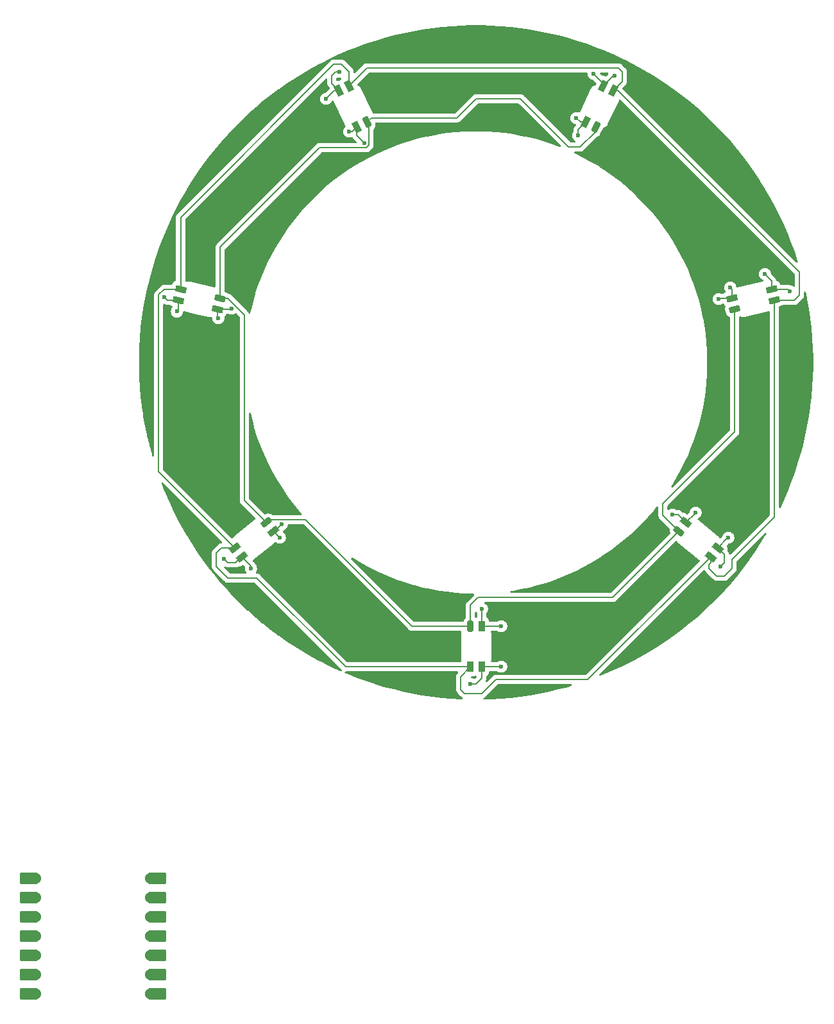
<source format=gbr>
%TF.GenerationSoftware,KiCad,Pcbnew,9.0.1*%
%TF.CreationDate,2025-06-13T20:33:13-06:00*%
%TF.ProjectId,AuraCTRL PCB,41757261-4354-4524-9c20-5043422e6b69,rev?*%
%TF.SameCoordinates,Original*%
%TF.FileFunction,Copper,L1,Top*%
%TF.FilePolarity,Positive*%
%FSLAX46Y46*%
G04 Gerber Fmt 4.6, Leading zero omitted, Abs format (unit mm)*
G04 Created by KiCad (PCBNEW 9.0.1) date 2025-06-13 20:33:13*
%MOMM*%
%LPD*%
G01*
G04 APERTURE LIST*
G04 Aperture macros list*
%AMRoundRect*
0 Rectangle with rounded corners*
0 $1 Rounding radius*
0 $2 $3 $4 $5 $6 $7 $8 $9 X,Y pos of 4 corners*
0 Add a 4 corners polygon primitive as box body*
4,1,4,$2,$3,$4,$5,$6,$7,$8,$9,$2,$3,0*
0 Add four circle primitives for the rounded corners*
1,1,$1+$1,$2,$3*
1,1,$1+$1,$4,$5*
1,1,$1+$1,$6,$7*
1,1,$1+$1,$8,$9*
0 Add four rect primitives between the rounded corners*
20,1,$1+$1,$2,$3,$4,$5,0*
20,1,$1+$1,$4,$5,$6,$7,0*
20,1,$1+$1,$6,$7,$8,$9,0*
20,1,$1+$1,$8,$9,$2,$3,0*%
%AMRotRect*
0 Rectangle, with rotation*
0 The origin of the aperture is its center*
0 $1 length*
0 $2 width*
0 $3 Rotation angle, in degrees counterclockwise*
0 Add horizontal line*
21,1,$1,$2,0,0,$3*%
G04 Aperture macros list end*
%TA.AperFunction,SMDPad,CuDef*%
%ADD10RotRect,1.450000X0.820000X244.285800*%
%TD*%
%TA.AperFunction,SMDPad,CuDef*%
%ADD11RoundRect,0.205000X0.040920X0.557450X-0.410318X-0.379558X-0.040920X-0.557450X0.410318X0.379558X0*%
%TD*%
%TA.AperFunction,SMDPad,CuDef*%
%ADD12RotRect,1.450000X0.820000X192.857200*%
%TD*%
%TA.AperFunction,SMDPad,CuDef*%
%ADD13RoundRect,0.205000X0.461345X0.315572X-0.552579X0.084149X-0.461345X-0.315572X0.552579X-0.084149X0*%
%TD*%
%TA.AperFunction,SMDPad,CuDef*%
%ADD14R,0.820000X1.450000*%
%TD*%
%TA.AperFunction,SMDPad,CuDef*%
%ADD15RoundRect,0.205000X0.205000X-0.520000X0.205000X0.520000X-0.205000X0.520000X-0.205000X-0.520000X0*%
%TD*%
%TA.AperFunction,SMDPad,CuDef*%
%ADD16RoundRect,0.152400X1.063600X0.609600X-1.063600X0.609600X-1.063600X-0.609600X1.063600X-0.609600X0*%
%TD*%
%TA.AperFunction,ComponentPad*%
%ADD17C,1.524000*%
%TD*%
%TA.AperFunction,SMDPad,CuDef*%
%ADD18RoundRect,0.152400X-1.063600X-0.609600X1.063600X-0.609600X1.063600X0.609600X-1.063600X0.609600X0*%
%TD*%
%TA.AperFunction,SMDPad,CuDef*%
%ADD19RotRect,1.450000X0.820000X295.714400*%
%TD*%
%TA.AperFunction,SMDPad,CuDef*%
%ADD20RoundRect,0.205000X-0.410319X0.379557X0.040922X-0.557450X0.410319X-0.379557X-0.040922X0.557450X0*%
%TD*%
%TA.AperFunction,SMDPad,CuDef*%
%ADD21RotRect,1.450000X0.820000X141.428600*%
%TD*%
%TA.AperFunction,SMDPad,CuDef*%
%ADD22RoundRect,0.205000X0.534368X-0.163939X-0.278737X0.484490X-0.534368X0.163939X0.278737X-0.484490X0*%
%TD*%
%TA.AperFunction,SMDPad,CuDef*%
%ADD23RotRect,1.450000X0.820000X347.143000*%
%TD*%
%TA.AperFunction,SMDPad,CuDef*%
%ADD24RoundRect,0.205000X-0.552579X-0.084151X0.461347X-0.315570X0.552579X0.084151X-0.461347X0.315570X0*%
%TD*%
%TA.AperFunction,SMDPad,CuDef*%
%ADD25RotRect,1.450000X0.820000X38.571600*%
%TD*%
%TA.AperFunction,SMDPad,CuDef*%
%ADD26RoundRect,0.205000X-0.278736X-0.484491X0.534367X0.163941X0.278736X0.484491X-0.534367X-0.163941X0*%
%TD*%
%TA.AperFunction,ViaPad*%
%ADD27C,0.600000*%
%TD*%
%TA.AperFunction,Conductor*%
%ADD28C,0.200000*%
%TD*%
G04 APERTURE END LIST*
D10*
%TO.P,D6,4,VDD*%
%TO.N,Net-(D1-VDD)*%
X166834227Y-48298326D03*
D11*
%TO.P,D6,3,DIN*%
%TO.N,Net-(D1-DIN)*%
X168185682Y-48949148D03*
D10*
%TO.P,D6,2,VSS*%
%TO.N,Net-(D1-VSS)*%
X170506953Y-44128960D03*
%TO.P,D6,1,DOUT*%
%TO.N,Net-(D1-DOUT)*%
X169155498Y-43478138D03*
%TD*%
D12*
%TO.P,D5,1,DOUT*%
%TO.N,Net-(D1-DOUT)*%
X191400828Y-70328987D03*
%TO.P,D5,2,VSS*%
%TO.N,Net-(D1-VSS)*%
X191734611Y-71791379D03*
D13*
%TO.P,D5,3,DIN*%
%TO.N,Net-(D1-DIN)*%
X186518748Y-72981871D03*
D12*
%TO.P,D5,4,VDD*%
%TO.N,Net-(D1-VDD)*%
X186184965Y-71519479D03*
%TD*%
D14*
%TO.P,D3,1,DOUT*%
%TO.N,Net-(D1-DOUT)*%
X153150000Y-120175000D03*
%TO.P,D3,2,VSS*%
%TO.N,Net-(D1-VSS)*%
X151650000Y-120175000D03*
D15*
%TO.P,D3,3,DIN*%
%TO.N,Net-(D1-DIN)*%
X151650000Y-114825000D03*
D14*
%TO.P,D3,4,VDD*%
%TO.N,Net-(D1-VDD)*%
X153150000Y-114825000D03*
%TD*%
D16*
%TO.P,U1,1,GPIO2/A0/D0*%
%TO.N,Net-(D1-DIN)*%
X93399000Y-148082000D03*
D17*
X94234000Y-148082000D03*
D16*
%TO.P,U1,2,GPIO3/A1/D1*%
%TO.N,Net-(U1-GPIO3{slash}A1{slash}D1)*%
X93399000Y-150622000D03*
D17*
X94234000Y-150622000D03*
D16*
%TO.P,U1,3,GPIO4/A2/D2*%
%TO.N,Net-(U1-GPIO4{slash}A2{slash}D2)*%
X93399000Y-153162000D03*
D17*
X94234000Y-153162000D03*
D16*
%TO.P,U1,4,GPIO5/A3/D3*%
%TO.N,unconnected-(U1-GPIO5{slash}A3{slash}D3-Pad4)*%
X93399000Y-155702000D03*
D17*
X94234000Y-155702000D03*
D16*
%TO.P,U1,5,GPIO6/D4/SDA*%
%TO.N,unconnected-(U1-GPIO6{slash}D4{slash}SDA-Pad5)*%
X93399000Y-158242000D03*
D17*
X94234000Y-158242000D03*
D16*
%TO.P,U1,6,GPIO7/D5/SCL*%
%TO.N,unconnected-(U1-GPIO7{slash}D5{slash}SCL-Pad6)*%
X93399000Y-160782000D03*
D17*
X94234000Y-160782000D03*
D16*
%TO.P,U1,7,GPIO21/D6/TX*%
%TO.N,unconnected-(U1-GPIO21{slash}D6{slash}TX-Pad7)*%
X93399000Y-163322000D03*
D17*
X94234000Y-163322000D03*
%TO.P,U1,8,GPIO20/D7/RX*%
%TO.N,unconnected-(U1-GPIO20{slash}D7{slash}RX-Pad8)*%
X109474000Y-163322000D03*
D18*
X110309000Y-163322000D03*
D17*
%TO.P,U1,9,GPIO8/D8/SCK*%
%TO.N,unconnected-(U1-GPIO8{slash}D8{slash}SCK-Pad9)*%
X109474000Y-160782000D03*
D18*
X110309000Y-160782000D03*
D17*
%TO.P,U1,10,GPIO9/D9/MISO*%
%TO.N,unconnected-(U1-GPIO9{slash}D9{slash}MISO-Pad10)*%
X109474000Y-158242000D03*
D18*
X110309000Y-158242000D03*
D17*
%TO.P,U1,11,GPIO10/D10/MOSI*%
%TO.N,unconnected-(U1-GPIO10{slash}D10{slash}MOSI-Pad11)*%
X109474000Y-155702000D03*
D18*
X110309000Y-155702000D03*
D17*
%TO.P,U1,12,VCC_3V3*%
%TO.N,+3V3*%
X109474000Y-153162000D03*
D18*
X110309000Y-153162000D03*
D17*
%TO.P,U1,13,GND*%
%TO.N,GND*%
X109474000Y-150622000D03*
D18*
X110309000Y-150622000D03*
D17*
%TO.P,U1,14,VBUS*%
%TO.N,unconnected-(U1-VBUS-Pad14)*%
X109474000Y-148082000D03*
D18*
X110309000Y-148082000D03*
%TD*%
D19*
%TO.P,D7,1,DOUT*%
%TO.N,Net-(D1-DOUT)*%
X134292922Y-44129025D03*
%TO.P,D7,2,VSS*%
%TO.N,Net-(D1-VSS)*%
X135644374Y-43478196D03*
D20*
%TO.P,D7,3,DIN*%
%TO.N,Net-(D1-DIN)*%
X137965662Y-48298375D03*
D19*
%TO.P,D7,4,VDD*%
%TO.N,Net-(D1-VDD)*%
X136614210Y-48949204D03*
%TD*%
D21*
%TO.P,D4,1,DOUT*%
%TO.N,Net-(D1-DOUT)*%
X184277709Y-104462313D03*
%TO.P,D4,2,VSS*%
%TO.N,Net-(D1-VSS)*%
X183342475Y-105635061D03*
D22*
%TO.P,D4,3,DIN*%
%TO.N,Net-(D1-DIN)*%
X179159675Y-102299393D03*
D21*
%TO.P,D4,4,VDD*%
%TO.N,Net-(D1-VDD)*%
X180094909Y-101126645D03*
%TD*%
D23*
%TO.P,D8,1,DOUT*%
%TO.N,Net-(D1-DOUT)*%
X113065358Y-71791515D03*
%TO.P,D8,2,VSS*%
%TO.N,Net-(D1-VSS)*%
X113399137Y-70329123D03*
D24*
%TO.P,D8,3,DIN*%
%TO.N,Net-(D1-DIN)*%
X118615006Y-71519597D03*
D23*
%TO.P,D8,4,VDD*%
%TO.N,Net-(D1-VDD)*%
X118281227Y-72981989D03*
%TD*%
D25*
%TO.P,D2,1,DOUT*%
%TO.N,Net-(D1-DOUT)*%
X121457614Y-105635169D03*
%TO.P,D2,2,VSS*%
%TO.N,Net-(D1-VSS)*%
X120522376Y-104462424D03*
D26*
%TO.P,D2,3,DIN*%
%TO.N,Net-(D1-DIN)*%
X124705164Y-101126741D03*
D25*
%TO.P,D2,4,VDD*%
%TO.N,Net-(D1-VDD)*%
X125640402Y-102299486D03*
%TD*%
D27*
%TO.N,Net-(D1-VDD)*%
X137668000Y-51054000D03*
X165608000Y-47752000D03*
X165862000Y-50038000D03*
X185928000Y-70104000D03*
X184404000Y-71628000D03*
X181356000Y-99822000D03*
X178308000Y-100076000D03*
X155702000Y-114808000D03*
X153162000Y-112522000D03*
X126492000Y-103124000D03*
X126746000Y-101346000D03*
X118364000Y-74168000D03*
X120142000Y-72898000D03*
X135636000Y-49530000D03*
%TO.N,Net-(D1-DOUT)*%
X167894000Y-41910000D03*
X111252000Y-71374000D03*
X193802000Y-70612000D03*
X132588000Y-45212000D03*
X190500000Y-68326000D03*
X151638000Y-122428000D03*
X184658000Y-106934000D03*
X122682000Y-107188000D03*
X170688000Y-42164000D03*
X185674000Y-103124000D03*
X134366000Y-41656000D03*
X119126000Y-105918000D03*
X112903000Y-73279000D03*
X155702000Y-120142000D03*
%TD*%
D28*
%TO.N,Net-(D1-DIN)*%
X168185682Y-49492318D02*
X168185682Y-48949148D01*
X166116000Y-51562000D02*
X168185682Y-49492318D01*
X158242000Y-45212000D02*
X164592000Y-51562000D01*
X149873791Y-47738209D02*
X152400000Y-45212000D01*
X164592000Y-51562000D02*
X166116000Y-51562000D01*
X138691824Y-47738209D02*
X149873791Y-47738209D01*
X138313382Y-47950655D02*
X138691824Y-47738209D01*
X137965662Y-48298375D02*
X138313382Y-47950655D01*
X152400000Y-45212000D02*
X158242000Y-45212000D01*
%TO.N,Net-(D1-DOUT)*%
X169155498Y-43171498D02*
X169155498Y-43478138D01*
X167894000Y-41910000D02*
X169155498Y-43171498D01*
%TO.N,Net-(D1-VSS)*%
X118110000Y-105156000D02*
X118803576Y-104462424D01*
X118803576Y-104462424D02*
X120522376Y-104462424D01*
X118110000Y-106934000D02*
X118110000Y-105156000D01*
X135161000Y-120175000D02*
X123444000Y-108458000D01*
X123444000Y-108458000D02*
X119634000Y-108458000D01*
X151650000Y-120175000D02*
X135161000Y-120175000D01*
X119634000Y-108458000D02*
X118110000Y-106934000D01*
X111236905Y-70329123D02*
X113399137Y-70329123D01*
X110490000Y-94430048D02*
X110490000Y-71076028D01*
X110490000Y-71076028D02*
X111236905Y-70329123D01*
X120522376Y-104462424D02*
X110490000Y-94430048D01*
X135644374Y-41664374D02*
X135644374Y-43478196D01*
X134620000Y-40640000D02*
X135644374Y-41664374D01*
X133604000Y-40640000D02*
X134620000Y-40640000D01*
X113399137Y-60844863D02*
X133604000Y-40640000D01*
X113399137Y-70329123D02*
X113399137Y-60844863D01*
X171196000Y-41148000D02*
X171704000Y-41656000D01*
X171704000Y-41656000D02*
X171704000Y-42931913D01*
X171704000Y-42931913D02*
X170506953Y-44128960D01*
X135644374Y-43478196D02*
X137974570Y-41148000D01*
X137974570Y-41148000D02*
X171196000Y-41148000D01*
X194400621Y-71791379D02*
X191734611Y-71791379D01*
X195072000Y-71120000D02*
X194400621Y-71791379D01*
X195072000Y-68072000D02*
X195072000Y-71120000D01*
X171128960Y-44128960D02*
X195072000Y-68072000D01*
X170506953Y-44128960D02*
X171128960Y-44128960D01*
X183342475Y-106468418D02*
X183342475Y-105635061D01*
X185166000Y-108204000D02*
X184150000Y-108204000D01*
X183134000Y-106676893D02*
X183342475Y-106468418D01*
X186182000Y-107188000D02*
X185166000Y-108204000D01*
X186182000Y-105977100D02*
X186182000Y-107188000D01*
X183134000Y-107188000D02*
X183134000Y-106676893D01*
X191734611Y-100424489D02*
X186182000Y-105977100D01*
X184150000Y-108204000D02*
X183134000Y-107188000D01*
X191734611Y-71791379D02*
X191734611Y-100424489D01*
%TO.N,Net-(D1-DIN)*%
X170461068Y-110998000D02*
X179159675Y-102299393D01*
X152654000Y-110998000D02*
X170461068Y-110998000D01*
X151650000Y-112002000D02*
X152654000Y-110998000D01*
X151650000Y-114825000D02*
X151650000Y-112002000D01*
X186518748Y-89157602D02*
X186518748Y-72981871D01*
X177038000Y-100177718D02*
X177038000Y-98638350D01*
X177038000Y-98638350D02*
X186518748Y-89157602D01*
X179159675Y-102299393D02*
X177038000Y-100177718D01*
X143948650Y-114825000D02*
X151650000Y-114825000D01*
X125086905Y-100745000D02*
X129868650Y-100745000D01*
X129868650Y-100745000D02*
X143948650Y-114825000D01*
X124705164Y-101126741D02*
X125086905Y-100745000D01*
X121799000Y-73705057D02*
X121799000Y-98220577D01*
X121799000Y-98220577D02*
X124705164Y-101126741D01*
X119613540Y-71519597D02*
X121799000Y-73705057D01*
X118615006Y-71519597D02*
X119613540Y-71519597D01*
X118615006Y-70360994D02*
X118615006Y-71519597D01*
X118618000Y-70358000D02*
X118615006Y-70360994D01*
X118618000Y-64770000D02*
X118618000Y-70358000D01*
X131733000Y-51655000D02*
X118618000Y-64770000D01*
X137916943Y-51655000D02*
X131733000Y-51655000D01*
X138269000Y-51302943D02*
X137916943Y-51655000D01*
X138269000Y-48601713D02*
X138269000Y-51302943D01*
X137965662Y-48298375D02*
X138269000Y-48601713D01*
%TO.N,Net-(D1-VDD)*%
X136614210Y-50000210D02*
X137668000Y-51054000D01*
X136614210Y-48949204D02*
X136614210Y-50000210D01*
X166154326Y-48298326D02*
X165608000Y-47752000D01*
X166834227Y-48298326D02*
X166154326Y-48298326D01*
X166834227Y-48298326D02*
X165862000Y-49270553D01*
X165862000Y-49270553D02*
X165862000Y-50038000D01*
X186184965Y-70360965D02*
X185928000Y-70104000D01*
X186184965Y-71519479D02*
X186184965Y-70360965D01*
X186184965Y-71519479D02*
X184512521Y-71519479D01*
X184512521Y-71519479D02*
X184404000Y-71628000D01*
X181356000Y-99865554D02*
X181356000Y-99822000D01*
X180094909Y-101126645D02*
X181356000Y-99865554D01*
X180094909Y-101126645D02*
X179044264Y-100076000D01*
X179044264Y-100076000D02*
X178308000Y-100076000D01*
X155685000Y-114825000D02*
X155702000Y-114808000D01*
X153150000Y-114825000D02*
X155685000Y-114825000D01*
X153150000Y-112534000D02*
X153162000Y-112522000D01*
X153150000Y-114825000D02*
X153150000Y-112534000D01*
X126464916Y-103124000D02*
X126492000Y-103124000D01*
X125640402Y-102299486D02*
X126464916Y-103124000D01*
X125792514Y-102299486D02*
X126746000Y-101346000D01*
X125640402Y-102299486D02*
X125792514Y-102299486D01*
X118281227Y-74085227D02*
X118364000Y-74168000D01*
X118281227Y-72981989D02*
X118281227Y-74085227D01*
X120058011Y-72981989D02*
X118281227Y-72981989D01*
X120142000Y-72898000D02*
X120058011Y-72981989D01*
X136033414Y-49530000D02*
X135636000Y-49530000D01*
X136614210Y-48949204D02*
X136033414Y-49530000D01*
%TO.N,Net-(D1-DOUT)*%
X113065358Y-73116642D02*
X112903000Y-73279000D01*
X121457614Y-105635169D02*
X120666783Y-106426000D01*
X133670975Y-44129025D02*
X132588000Y-45212000D01*
X134292922Y-44129025D02*
X133350000Y-43186103D01*
X191400828Y-70328987D02*
X193518987Y-70328987D01*
X153150000Y-120175000D02*
X155669000Y-120175000D01*
X153150000Y-120175000D02*
X153150000Y-121678000D01*
X122682000Y-106859555D02*
X122682000Y-107188000D01*
X191400828Y-69226828D02*
X190500000Y-68326000D01*
X152400000Y-122428000D02*
X151638000Y-122428000D01*
X121457614Y-105635169D02*
X122682000Y-106859555D01*
X184277709Y-104462313D02*
X185616022Y-103124000D01*
X134292922Y-44129025D02*
X133670975Y-44129025D01*
X133858000Y-41656000D02*
X134366000Y-41656000D01*
X170469636Y-42164000D02*
X170688000Y-42164000D01*
X155669000Y-120175000D02*
X155702000Y-120142000D01*
X133350000Y-42164000D02*
X133858000Y-41656000D01*
X185166000Y-106426000D02*
X184658000Y-106934000D01*
X153150000Y-121678000D02*
X152400000Y-122428000D01*
X112903000Y-73279000D02*
X112776000Y-73406000D01*
X184277709Y-104462313D02*
X185166000Y-105350604D01*
X191400828Y-70328987D02*
X191400828Y-69226828D01*
X169155498Y-43478138D02*
X170469636Y-42164000D01*
X185166000Y-105350604D02*
X185166000Y-106426000D01*
X185616022Y-103124000D02*
X185674000Y-103124000D01*
X111669515Y-71791515D02*
X111252000Y-71374000D01*
X193518987Y-70328987D02*
X193802000Y-70612000D01*
X113065358Y-71791515D02*
X113065358Y-73116642D01*
X113065358Y-71791515D02*
X111669515Y-71791515D01*
X120666783Y-106426000D02*
X119634000Y-106426000D01*
X133350000Y-43186103D02*
X133350000Y-42164000D01*
X119634000Y-106426000D02*
X119126000Y-105918000D01*
%TO.N,Net-(D1-VSS)*%
X150368000Y-121457000D02*
X151650000Y-120175000D01*
X150368000Y-123190000D02*
X150368000Y-121457000D01*
X150876000Y-123698000D02*
X150368000Y-123190000D01*
X153162000Y-123698000D02*
X150876000Y-123698000D01*
X155015900Y-121844100D02*
X153162000Y-123698000D01*
X167133436Y-121844100D02*
X155015900Y-121844100D01*
X183342475Y-105635061D02*
X167133436Y-121844100D01*
%TD*%
%TA.AperFunction,Conductor*%
%TO.N,GND*%
G36*
X164986145Y-122464285D02*
G01*
X165031900Y-122517089D01*
X165041844Y-122586247D01*
X165012819Y-122649803D01*
X164954669Y-122687391D01*
X164542966Y-122810646D01*
X164539497Y-122811630D01*
X163292699Y-123145709D01*
X163289201Y-123146592D01*
X162033190Y-123444272D01*
X162029669Y-123445052D01*
X160765570Y-123706068D01*
X160762027Y-123706746D01*
X159490869Y-123930885D01*
X159487309Y-123931460D01*
X158210137Y-124118539D01*
X158206560Y-124119010D01*
X156924482Y-124268862D01*
X156920894Y-124269228D01*
X155635038Y-124381726D01*
X155631441Y-124381988D01*
X154342865Y-124457039D01*
X154339261Y-124457197D01*
X153470540Y-124482474D01*
X153465798Y-124481230D01*
X153461036Y-124482386D01*
X153432333Y-124472452D01*
X153402957Y-124464747D01*
X153399641Y-124461138D01*
X153395009Y-124459535D01*
X153376230Y-124435657D01*
X153355686Y-124413296D01*
X153354847Y-124408467D01*
X153351817Y-124404614D01*
X153348928Y-124374372D01*
X153343735Y-124344456D01*
X153345640Y-124339941D01*
X153345174Y-124335061D01*
X153359090Y-124308065D01*
X153370899Y-124280083D01*
X153375560Y-124276118D01*
X153377190Y-124272958D01*
X153404927Y-124251143D01*
X153443904Y-124228639D01*
X153530716Y-124178520D01*
X153642520Y-124066716D01*
X153642520Y-124066714D01*
X153652728Y-124056507D01*
X153652729Y-124056504D01*
X155228317Y-122480919D01*
X155289640Y-122447434D01*
X155315998Y-122444600D01*
X164919106Y-122444600D01*
X164986145Y-122464285D01*
G37*
%TD.AperFunction*%
%TA.AperFunction,Conductor*%
G36*
X149967941Y-120795185D02*
G01*
X150013696Y-120847989D01*
X150023640Y-120917147D01*
X149994615Y-120980703D01*
X149988583Y-120987181D01*
X149887481Y-121088282D01*
X149887479Y-121088285D01*
X149837361Y-121175094D01*
X149837359Y-121175096D01*
X149808425Y-121225209D01*
X149808424Y-121225210D01*
X149799760Y-121257546D01*
X149767499Y-121377943D01*
X149767499Y-121377945D01*
X149767499Y-121546046D01*
X149767500Y-121546059D01*
X149767500Y-123103330D01*
X149767499Y-123103348D01*
X149767499Y-123269054D01*
X149767498Y-123269054D01*
X149767499Y-123269057D01*
X149808423Y-123421785D01*
X149808424Y-123421786D01*
X149821643Y-123444684D01*
X149821644Y-123444685D01*
X149887475Y-123558709D01*
X149887481Y-123558717D01*
X150006349Y-123677585D01*
X150006355Y-123677590D01*
X150391139Y-124062374D01*
X150391149Y-124062385D01*
X150395479Y-124066715D01*
X150395480Y-124066716D01*
X150507284Y-124178520D01*
X150507286Y-124178521D01*
X150507287Y-124178522D01*
X150592624Y-124227791D01*
X150640839Y-124278357D01*
X150654063Y-124346964D01*
X150628095Y-124411829D01*
X150571181Y-124452358D01*
X150527017Y-124459126D01*
X150460737Y-124457197D01*
X150457134Y-124457039D01*
X149168558Y-124381988D01*
X149164961Y-124381726D01*
X147879105Y-124269228D01*
X147875517Y-124268862D01*
X146593439Y-124119010D01*
X146589862Y-124118539D01*
X145312690Y-123931460D01*
X145309130Y-123930885D01*
X144037972Y-123706746D01*
X144034429Y-123706068D01*
X142770330Y-123445052D01*
X142766809Y-123444272D01*
X141510798Y-123146592D01*
X141507300Y-123145709D01*
X140260502Y-122811630D01*
X140257032Y-122810646D01*
X139020458Y-122440440D01*
X139017018Y-122439355D01*
X137791757Y-122033348D01*
X137788351Y-122032164D01*
X136575418Y-121590693D01*
X136572046Y-121589410D01*
X135372459Y-121112844D01*
X135369127Y-121111464D01*
X135141693Y-121013359D01*
X135087933Y-120968731D01*
X135066835Y-120902123D01*
X135085097Y-120834682D01*
X135136921Y-120787821D01*
X135190807Y-120775500D01*
X149900902Y-120775500D01*
X149967941Y-120795185D01*
G37*
%TD.AperFunction*%
%TA.AperFunction,Conductor*%
G36*
X178862061Y-103548754D02*
G01*
X178917994Y-103590626D01*
X178929518Y-103610533D01*
X178929631Y-103610471D01*
X178932577Y-103615800D01*
X178932578Y-103615803D01*
X178969850Y-103683225D01*
X178999346Y-103736582D01*
X179081122Y-103833397D01*
X179088400Y-103842014D01*
X179138810Y-103882203D01*
X179138820Y-103882217D01*
X179138824Y-103882214D01*
X181852715Y-106046468D01*
X181852891Y-106046577D01*
X181854390Y-106047773D01*
X181857024Y-106049134D01*
X181861088Y-106051649D01*
X181881346Y-106074237D01*
X181903285Y-106095194D01*
X181904443Y-106099989D01*
X181907739Y-106103664D01*
X181912569Y-106133619D01*
X181919695Y-106163110D01*
X181918076Y-106167771D01*
X181918862Y-106172642D01*
X181906732Y-106200450D01*
X181896782Y-106229115D01*
X181891518Y-106235331D01*
X181890928Y-106236685D01*
X181889651Y-106237536D01*
X181883522Y-106244776D01*
X166921020Y-121207281D01*
X166859697Y-121240766D01*
X166833339Y-121243600D01*
X155102570Y-121243600D01*
X155102554Y-121243599D01*
X155094958Y-121243599D01*
X154936843Y-121243599D01*
X154860479Y-121264061D01*
X154784114Y-121284523D01*
X154784109Y-121284526D01*
X154647190Y-121363575D01*
X154647182Y-121363581D01*
X153840913Y-122169850D01*
X153823999Y-122179085D01*
X153810054Y-122192383D01*
X153793968Y-122195483D01*
X153779590Y-122203335D01*
X153760369Y-122201960D01*
X153741448Y-122205608D01*
X153726239Y-122199519D01*
X153709898Y-122198351D01*
X153694471Y-122186802D01*
X153676582Y-122179641D01*
X153667078Y-122166296D01*
X153653965Y-122156479D01*
X153647231Y-122138424D01*
X153636053Y-122122728D01*
X153635273Y-122106364D01*
X153629548Y-122091015D01*
X153633644Y-122072184D01*
X153632727Y-122052938D01*
X153643906Y-122025012D01*
X153644400Y-122022742D01*
X153645802Y-122020245D01*
X153680639Y-121959904D01*
X153709577Y-121909785D01*
X153750500Y-121757057D01*
X153750500Y-121598943D01*
X153750500Y-121444666D01*
X153770185Y-121377627D01*
X153800189Y-121345399D01*
X153802329Y-121343796D01*
X153802331Y-121343796D01*
X153917546Y-121257546D01*
X154003796Y-121142331D01*
X154054091Y-121007483D01*
X154060500Y-120947873D01*
X154060500Y-120899500D01*
X154080185Y-120832461D01*
X154132989Y-120786706D01*
X154184500Y-120775500D01*
X155171623Y-120775500D01*
X155238662Y-120795185D01*
X155240511Y-120796396D01*
X155322821Y-120851394D01*
X155322823Y-120851395D01*
X155322827Y-120851397D01*
X155468498Y-120911735D01*
X155468503Y-120911737D01*
X155623153Y-120942499D01*
X155623156Y-120942500D01*
X155623158Y-120942500D01*
X155780844Y-120942500D01*
X155780845Y-120942499D01*
X155935497Y-120911737D01*
X156081179Y-120851394D01*
X156212289Y-120763789D01*
X156323789Y-120652289D01*
X156411394Y-120521179D01*
X156471737Y-120375497D01*
X156502500Y-120220842D01*
X156502500Y-120063158D01*
X156502500Y-120063155D01*
X156502499Y-120063153D01*
X156471738Y-119908510D01*
X156471737Y-119908503D01*
X156471735Y-119908498D01*
X156411397Y-119762827D01*
X156411390Y-119762814D01*
X156323789Y-119631711D01*
X156323786Y-119631707D01*
X156212292Y-119520213D01*
X156212288Y-119520210D01*
X156081185Y-119432609D01*
X156081172Y-119432602D01*
X155935501Y-119372264D01*
X155935489Y-119372261D01*
X155780845Y-119341500D01*
X155780842Y-119341500D01*
X155623158Y-119341500D01*
X155623155Y-119341500D01*
X155468510Y-119372261D01*
X155468498Y-119372264D01*
X155322827Y-119432602D01*
X155322814Y-119432609D01*
X155191711Y-119520210D01*
X155191707Y-119520213D01*
X155173740Y-119538181D01*
X155112417Y-119571666D01*
X155086059Y-119574500D01*
X154488671Y-119574500D01*
X154421632Y-119554815D01*
X154375877Y-119502011D01*
X154365933Y-119432853D01*
X154372134Y-119410252D01*
X154371812Y-119410155D01*
X154373576Y-119404335D01*
X154373580Y-119404328D01*
X154400500Y-119268993D01*
X154400500Y-119200000D01*
X154400500Y-119134108D01*
X154400500Y-115734108D01*
X154400500Y-115731007D01*
X154400500Y-115731004D01*
X154373581Y-115595677D01*
X154373580Y-115595676D01*
X154373580Y-115595672D01*
X154373578Y-115595667D01*
X154371812Y-115589845D01*
X154373299Y-115589393D01*
X154366639Y-115527493D01*
X154397909Y-115465012D01*
X154457995Y-115429354D01*
X154488671Y-115425500D01*
X155147676Y-115425500D01*
X155214715Y-115445185D01*
X155216567Y-115446398D01*
X155322814Y-115517390D01*
X155322827Y-115517397D01*
X155442936Y-115567147D01*
X155468503Y-115577737D01*
X155623153Y-115608499D01*
X155623156Y-115608500D01*
X155623158Y-115608500D01*
X155780844Y-115608500D01*
X155780845Y-115608499D01*
X155935497Y-115577737D01*
X156081179Y-115517394D01*
X156212289Y-115429789D01*
X156323789Y-115318289D01*
X156411394Y-115187179D01*
X156471737Y-115041497D01*
X156502500Y-114886842D01*
X156502500Y-114729158D01*
X156502500Y-114729155D01*
X156502499Y-114729153D01*
X156471738Y-114574510D01*
X156471737Y-114574503D01*
X156471735Y-114574498D01*
X156411397Y-114428827D01*
X156411390Y-114428814D01*
X156323789Y-114297711D01*
X156323786Y-114297707D01*
X156212292Y-114186213D01*
X156212288Y-114186210D01*
X156081185Y-114098609D01*
X156081172Y-114098602D01*
X155935501Y-114038264D01*
X155935489Y-114038261D01*
X155780845Y-114007500D01*
X155780842Y-114007500D01*
X155623158Y-114007500D01*
X155623155Y-114007500D01*
X155468510Y-114038261D01*
X155468498Y-114038264D01*
X155322827Y-114098602D01*
X155322814Y-114098609D01*
X155191711Y-114186210D01*
X155191707Y-114186213D01*
X155189740Y-114188181D01*
X155188455Y-114188882D01*
X155187001Y-114190076D01*
X155186774Y-114189800D01*
X155128417Y-114221666D01*
X155102059Y-114224500D01*
X154184499Y-114224500D01*
X154117460Y-114204815D01*
X154071705Y-114152011D01*
X154060499Y-114100500D01*
X154060499Y-114052129D01*
X154060498Y-114052123D01*
X154059008Y-114038264D01*
X154054091Y-113992517D01*
X154003796Y-113857669D01*
X154003795Y-113857668D01*
X154003793Y-113857664D01*
X153917547Y-113742455D01*
X153800188Y-113654599D01*
X153758318Y-113598665D01*
X153750500Y-113555333D01*
X153750500Y-113116940D01*
X153770185Y-113049901D01*
X153780322Y-113037325D01*
X153779924Y-113036999D01*
X153783784Y-113032293D01*
X153783789Y-113032289D01*
X153871394Y-112901179D01*
X153931737Y-112755497D01*
X153962500Y-112600842D01*
X153962500Y-112443158D01*
X153962500Y-112443155D01*
X153962499Y-112443153D01*
X153931738Y-112288510D01*
X153931737Y-112288503D01*
X153916093Y-112250735D01*
X153871397Y-112142827D01*
X153871390Y-112142814D01*
X153783789Y-112011711D01*
X153783786Y-112011707D01*
X153672292Y-111900213D01*
X153672288Y-111900210D01*
X153560630Y-111825602D01*
X153515825Y-111771990D01*
X153507118Y-111702665D01*
X153537273Y-111639637D01*
X153596716Y-111602918D01*
X153629521Y-111598500D01*
X170374399Y-111598500D01*
X170374415Y-111598501D01*
X170382011Y-111598501D01*
X170540122Y-111598501D01*
X170540125Y-111598501D01*
X170692853Y-111557577D01*
X170755374Y-111521480D01*
X170829784Y-111478520D01*
X170941588Y-111366716D01*
X170941588Y-111366714D01*
X170951792Y-111356511D01*
X170951796Y-111356506D01*
X178731048Y-103577253D01*
X178792369Y-103543770D01*
X178862061Y-103548754D01*
G37*
%TD.AperFunction*%
%TA.AperFunction,Conductor*%
G36*
X152429773Y-121373629D02*
G01*
X152463258Y-121434952D01*
X152458274Y-121504644D01*
X152429773Y-121548991D01*
X152234792Y-121743971D01*
X152173469Y-121777456D01*
X152103777Y-121772472D01*
X152078220Y-121759392D01*
X152017185Y-121718609D01*
X152017172Y-121718602D01*
X151871501Y-121658264D01*
X151871489Y-121658261D01*
X151810433Y-121646116D01*
X151748522Y-121613731D01*
X151713948Y-121553015D01*
X151717687Y-121483246D01*
X151758554Y-121426574D01*
X151823572Y-121400993D01*
X151834624Y-121400499D01*
X152107871Y-121400499D01*
X152107872Y-121400499D01*
X152167483Y-121394091D01*
X152298759Y-121345127D01*
X152368450Y-121340144D01*
X152429773Y-121373629D01*
G37*
%TD.AperFunction*%
%TA.AperFunction,Conductor*%
G36*
X190634520Y-102476328D02*
G01*
X190690453Y-102518200D01*
X190714870Y-102583664D01*
X190700018Y-102651937D01*
X190698573Y-102654510D01*
X190610919Y-102806332D01*
X190609070Y-102809429D01*
X189931444Y-103908029D01*
X189929506Y-103911071D01*
X189220214Y-104989497D01*
X189218207Y-104992454D01*
X188574511Y-105911749D01*
X188477821Y-106049836D01*
X188475709Y-106052760D01*
X187704909Y-107088125D01*
X187702714Y-107090986D01*
X186902125Y-108103496D01*
X186899847Y-108106293D01*
X186070129Y-109095113D01*
X186067770Y-109097842D01*
X185209664Y-110062087D01*
X185207227Y-110064746D01*
X184321441Y-111003624D01*
X184318928Y-111006211D01*
X183406211Y-111918928D01*
X183403624Y-111921441D01*
X182464746Y-112807227D01*
X182462087Y-112809664D01*
X181497842Y-113667770D01*
X181495113Y-113670129D01*
X180506293Y-114499847D01*
X180503496Y-114502125D01*
X179490986Y-115302714D01*
X179488125Y-115304909D01*
X178452760Y-116075709D01*
X178449835Y-116077821D01*
X177392454Y-116818207D01*
X177389497Y-116820214D01*
X176311071Y-117529506D01*
X176308029Y-117531444D01*
X175209429Y-118209070D01*
X175206332Y-118210919D01*
X174088482Y-118856309D01*
X174085333Y-118858067D01*
X172949147Y-119470694D01*
X172945947Y-119472359D01*
X171792496Y-120051644D01*
X171789250Y-120053216D01*
X170619395Y-120598729D01*
X170616104Y-120600206D01*
X169430872Y-121111464D01*
X169427540Y-121112844D01*
X168801663Y-121361489D01*
X168732092Y-121367947D01*
X168670074Y-121335766D01*
X168635299Y-121275165D01*
X168638809Y-121205384D01*
X168668198Y-121158571D01*
X182398870Y-107427900D01*
X182420805Y-107415923D01*
X182440458Y-107400467D01*
X182450946Y-107399465D01*
X182460191Y-107394417D01*
X182485125Y-107396200D01*
X182510011Y-107393823D01*
X182519374Y-107398649D01*
X182529883Y-107399401D01*
X182549894Y-107414382D01*
X182572115Y-107425836D01*
X182582021Y-107438432D01*
X182585816Y-107441273D01*
X182593933Y-107453578D01*
X182597670Y-107460050D01*
X182597673Y-107460056D01*
X182653475Y-107556709D01*
X182653481Y-107556717D01*
X182772349Y-107675585D01*
X182772355Y-107675590D01*
X183665139Y-108568374D01*
X183665149Y-108568385D01*
X183669479Y-108572715D01*
X183669480Y-108572716D01*
X183781284Y-108684520D01*
X183823388Y-108708828D01*
X183868095Y-108734639D01*
X183868097Y-108734641D01*
X183906151Y-108756611D01*
X183918215Y-108763577D01*
X184070943Y-108804501D01*
X184070946Y-108804501D01*
X184236653Y-108804501D01*
X184236669Y-108804500D01*
X185079331Y-108804500D01*
X185079347Y-108804501D01*
X185086943Y-108804501D01*
X185245054Y-108804501D01*
X185245057Y-108804501D01*
X185397785Y-108763577D01*
X185447904Y-108734639D01*
X185534716Y-108684520D01*
X185646520Y-108572716D01*
X185646520Y-108572714D01*
X185656728Y-108562507D01*
X185656730Y-108562504D01*
X186540506Y-107678728D01*
X186540511Y-107678724D01*
X186550714Y-107668520D01*
X186550716Y-107668520D01*
X186662520Y-107556716D01*
X186684849Y-107518041D01*
X186718327Y-107460056D01*
X186718328Y-107460054D01*
X186740586Y-107421501D01*
X186741577Y-107419785D01*
X186782501Y-107267057D01*
X186782501Y-107108943D01*
X186782501Y-107101348D01*
X186782500Y-107101330D01*
X186782500Y-106277197D01*
X186802185Y-106210158D01*
X186818819Y-106189516D01*
X188610430Y-104397905D01*
X190503507Y-102504827D01*
X190564828Y-102471344D01*
X190634520Y-102476328D01*
G37*
%TD.AperFunction*%
%TA.AperFunction,Conductor*%
G36*
X111038079Y-95844786D02*
G01*
X111084894Y-95874177D01*
X118860959Y-103650242D01*
X118894444Y-103711565D01*
X118889460Y-103781257D01*
X118847588Y-103837190D01*
X118782124Y-103861607D01*
X118773278Y-103861923D01*
X118724519Y-103861923D01*
X118648842Y-103882201D01*
X118571790Y-103902847D01*
X118571785Y-103902850D01*
X118434866Y-103981899D01*
X118434858Y-103981905D01*
X117629479Y-104787284D01*
X117622745Y-104798949D01*
X117604160Y-104831140D01*
X117550423Y-104924215D01*
X117509499Y-105076943D01*
X117509499Y-105076945D01*
X117509499Y-105245046D01*
X117509500Y-105245059D01*
X117509500Y-106847330D01*
X117509499Y-106847348D01*
X117509499Y-107013054D01*
X117509498Y-107013054D01*
X117550423Y-107165785D01*
X117579358Y-107215900D01*
X117579359Y-107215904D01*
X117579360Y-107215904D01*
X117629479Y-107302714D01*
X117629481Y-107302717D01*
X117748349Y-107421585D01*
X117748355Y-107421590D01*
X119149139Y-108822374D01*
X119149149Y-108822385D01*
X119153479Y-108826715D01*
X119153480Y-108826716D01*
X119265284Y-108938520D01*
X119265286Y-108938521D01*
X119265290Y-108938524D01*
X119402209Y-109017573D01*
X119402216Y-109017577D01*
X119514019Y-109047534D01*
X119554942Y-109058500D01*
X119554943Y-109058500D01*
X123143903Y-109058500D01*
X123210942Y-109078185D01*
X123231584Y-109094819D01*
X134680478Y-120543713D01*
X134680480Y-120543716D01*
X134687235Y-120550471D01*
X134698328Y-120561565D01*
X134715473Y-120592967D01*
X134731809Y-120622884D01*
X134731808Y-120622886D01*
X134731810Y-120622889D01*
X134730043Y-120647581D01*
X134726825Y-120692576D01*
X134726823Y-120692578D01*
X134726823Y-120692581D01*
X134710239Y-120714732D01*
X134684953Y-120748509D01*
X134684950Y-120748509D01*
X134684949Y-120748512D01*
X134659314Y-120758072D01*
X134619489Y-120772926D01*
X134619484Y-120772925D01*
X134619483Y-120772926D01*
X134619461Y-120772921D01*
X134561529Y-120763101D01*
X134236480Y-120622889D01*
X134183887Y-120600202D01*
X134180604Y-120598729D01*
X134168247Y-120592967D01*
X133881739Y-120459366D01*
X133010749Y-120053216D01*
X133007503Y-120051644D01*
X131854052Y-119472359D01*
X131850852Y-119470694D01*
X130714666Y-118858067D01*
X130711517Y-118856309D01*
X129593667Y-118210919D01*
X129590570Y-118209070D01*
X128491970Y-117531444D01*
X128488928Y-117529506D01*
X128238526Y-117364814D01*
X127410474Y-116820195D01*
X127407576Y-116818229D01*
X126350131Y-116077798D01*
X126347239Y-116075709D01*
X125888389Y-115734108D01*
X125311861Y-115304899D01*
X125309013Y-115302714D01*
X125165671Y-115189374D01*
X124296501Y-114502123D01*
X124293706Y-114499847D01*
X124209068Y-114428827D01*
X123304875Y-113670119D01*
X123302157Y-113667770D01*
X123289160Y-113656204D01*
X122337901Y-112809654D01*
X122335253Y-112807227D01*
X122280422Y-112755497D01*
X121396375Y-111921441D01*
X121393788Y-111918928D01*
X120481071Y-111006211D01*
X120478558Y-111003624D01*
X119967214Y-110461631D01*
X119592759Y-110064732D01*
X119590335Y-110062087D01*
X118732215Y-109097825D01*
X118729870Y-109095113D01*
X118729623Y-109094819D01*
X117900143Y-108106283D01*
X117897874Y-108103496D01*
X117892228Y-108096355D01*
X117097268Y-107090964D01*
X117095108Y-107088148D01*
X116324281Y-106052747D01*
X116322210Y-106049880D01*
X115581760Y-104992408D01*
X115579814Y-104989541D01*
X114870487Y-103911062D01*
X114868555Y-103908029D01*
X114859740Y-103893737D01*
X114190918Y-102809411D01*
X114189080Y-102806332D01*
X114124326Y-102694175D01*
X113704946Y-101967786D01*
X113543690Y-101688482D01*
X113541932Y-101685333D01*
X112929305Y-100549147D01*
X112927640Y-100545947D01*
X112446797Y-99588510D01*
X112348352Y-99392490D01*
X112346783Y-99389250D01*
X112308086Y-99306264D01*
X111801252Y-98219356D01*
X111799810Y-98216143D01*
X111288530Y-97030862D01*
X111287155Y-97027540D01*
X111255504Y-96947870D01*
X110881973Y-96007638D01*
X110875516Y-95938069D01*
X110907697Y-95876051D01*
X110968298Y-95841276D01*
X111038079Y-95844786D01*
G37*
%TD.AperFunction*%
%TA.AperFunction,Conductor*%
G36*
X129635592Y-101365185D02*
G01*
X129656234Y-101381819D01*
X143463789Y-115189374D01*
X143463799Y-115189385D01*
X143468129Y-115193715D01*
X143468130Y-115193716D01*
X143579934Y-115305520D01*
X143662966Y-115353458D01*
X143716865Y-115384577D01*
X143869593Y-115425501D01*
X143869596Y-115425501D01*
X144035303Y-115425501D01*
X144035319Y-115425500D01*
X150311329Y-115425500D01*
X150378368Y-115445185D01*
X150424123Y-115497989D01*
X150434067Y-115567147D01*
X150427865Y-115589747D01*
X150428188Y-115589845D01*
X150426418Y-115595677D01*
X150399500Y-115731004D01*
X150399500Y-115731007D01*
X150399500Y-115734108D01*
X150399500Y-119134108D01*
X150399500Y-119200000D01*
X150399500Y-119268993D01*
X150399500Y-119268995D01*
X150399499Y-119268995D01*
X150426418Y-119404322D01*
X150428188Y-119410155D01*
X150426700Y-119410606D01*
X150433361Y-119472507D01*
X150402091Y-119534988D01*
X150342005Y-119570646D01*
X150311329Y-119574500D01*
X135461097Y-119574500D01*
X135394058Y-119554815D01*
X135373416Y-119538181D01*
X123931590Y-108096355D01*
X123931588Y-108096352D01*
X123812717Y-107977481D01*
X123812716Y-107977480D01*
X123725904Y-107927360D01*
X123725904Y-107927359D01*
X123725900Y-107927358D01*
X123675785Y-107898423D01*
X123523057Y-107857499D01*
X123429396Y-107857499D01*
X123362357Y-107837814D01*
X123316602Y-107785010D01*
X123306658Y-107715852D01*
X123326294Y-107664608D01*
X123391390Y-107567185D01*
X123391390Y-107567184D01*
X123391394Y-107567179D01*
X123395728Y-107556717D01*
X123435768Y-107460050D01*
X123451737Y-107421497D01*
X123482500Y-107266842D01*
X123482500Y-107109158D01*
X123482500Y-107109155D01*
X123482499Y-107109153D01*
X123466873Y-107030595D01*
X123451737Y-106954503D01*
X123451735Y-106954498D01*
X123391397Y-106808827D01*
X123391390Y-106808814D01*
X123303790Y-106677712D01*
X123285917Y-106659839D01*
X123236352Y-106610274D01*
X123216654Y-106584604D01*
X123205500Y-106565284D01*
X123162520Y-106490839D01*
X123050716Y-106379035D01*
X123050715Y-106379034D01*
X123046385Y-106374704D01*
X123046374Y-106374694D01*
X122916590Y-106244910D01*
X122883105Y-106183587D01*
X122888089Y-106113895D01*
X122929961Y-106057962D01*
X122940621Y-106051281D01*
X122940589Y-106051232D01*
X122945688Y-106047924D01*
X122945698Y-106047920D01*
X122999640Y-106004890D01*
X123001405Y-106003481D01*
X123001418Y-106003471D01*
X123001424Y-106003479D01*
X123001449Y-106003445D01*
X125601302Y-103930119D01*
X125606320Y-103926120D01*
X125606350Y-103926109D01*
X125618751Y-103916215D01*
X125618778Y-103916204D01*
X125657865Y-103885023D01*
X125657866Y-103885025D01*
X125711794Y-103842006D01*
X125792366Y-103746564D01*
X125850649Y-103708038D01*
X125920512Y-103707137D01*
X125974795Y-103738874D01*
X125981707Y-103745786D01*
X125981711Y-103745789D01*
X126112814Y-103833390D01*
X126112827Y-103833397D01*
X126230691Y-103882217D01*
X126258503Y-103893737D01*
X126371517Y-103916217D01*
X126413153Y-103924499D01*
X126413156Y-103924500D01*
X126413158Y-103924500D01*
X126570844Y-103924500D01*
X126570845Y-103924499D01*
X126725497Y-103893737D01*
X126871179Y-103833394D01*
X127002289Y-103745789D01*
X127113789Y-103634289D01*
X127201394Y-103503179D01*
X127261737Y-103357497D01*
X127292500Y-103202842D01*
X127292500Y-103045158D01*
X127292500Y-103045155D01*
X127292499Y-103045153D01*
X127267568Y-102919817D01*
X127261737Y-102890503D01*
X127236937Y-102830629D01*
X127201397Y-102744827D01*
X127201390Y-102744814D01*
X127113789Y-102613711D01*
X127113786Y-102613707D01*
X127002292Y-102502213D01*
X127002288Y-102502210D01*
X126982536Y-102489012D01*
X126969448Y-102473351D01*
X126952980Y-102461303D01*
X126947500Y-102447089D01*
X126937731Y-102435400D01*
X126935187Y-102415151D01*
X126927847Y-102396110D01*
X126929865Y-102372778D01*
X126929024Y-102366075D01*
X126929979Y-102360881D01*
X126930623Y-102357752D01*
X126965327Y-102224617D01*
X126964387Y-102193922D01*
X126967327Y-102179660D01*
X126977170Y-102161153D01*
X126982458Y-102140872D01*
X126993247Y-102130928D01*
X127000139Y-102117973D01*
X127018425Y-102107726D01*
X127033838Y-102093523D01*
X127041323Y-102090128D01*
X127125173Y-102055397D01*
X127125176Y-102055395D01*
X127125179Y-102055394D01*
X127256289Y-101967789D01*
X127367789Y-101856289D01*
X127455394Y-101725179D01*
X127515737Y-101579497D01*
X127542429Y-101445309D01*
X127574814Y-101383398D01*
X127635529Y-101348824D01*
X127664046Y-101345500D01*
X129568553Y-101345500D01*
X129635592Y-101365185D01*
G37*
%TD.AperFunction*%
%TA.AperFunction,Conductor*%
G36*
X136093065Y-105776559D02*
G01*
X136100677Y-105781076D01*
X136195566Y-105842057D01*
X136368239Y-105953027D01*
X137304778Y-106508702D01*
X138260554Y-107030595D01*
X139234348Y-107518041D01*
X140224920Y-107970420D01*
X141231007Y-108387155D01*
X142251328Y-108767715D01*
X142251339Y-108767718D01*
X142251348Y-108767722D01*
X142428588Y-108826713D01*
X143284581Y-109111615D01*
X144205729Y-109382088D01*
X144329454Y-109418417D01*
X144481459Y-109457214D01*
X145384605Y-109687729D01*
X146448699Y-109919208D01*
X147520378Y-110112560D01*
X148598275Y-110267538D01*
X149681016Y-110383945D01*
X150767222Y-110461632D01*
X151855510Y-110500500D01*
X152002902Y-110500500D01*
X152069941Y-110520185D01*
X152115696Y-110572989D01*
X152125640Y-110642147D01*
X152096615Y-110705703D01*
X152090583Y-110712181D01*
X151169481Y-111633282D01*
X151169480Y-111633284D01*
X151127653Y-111705731D01*
X151090423Y-111770215D01*
X151049499Y-111922943D01*
X151049499Y-111922945D01*
X151049499Y-112091046D01*
X151049500Y-112091059D01*
X151049500Y-113651662D01*
X151029815Y-113718701D01*
X151011055Y-113739302D01*
X151012012Y-113740259D01*
X150885566Y-113866704D01*
X150885565Y-113866705D01*
X150796927Y-114013330D01*
X150758269Y-114137390D01*
X150719532Y-114195538D01*
X150655506Y-114223512D01*
X150639884Y-114224500D01*
X144248747Y-114224500D01*
X144181708Y-114204815D01*
X144161066Y-114188181D01*
X135945957Y-105973072D01*
X135912472Y-105911749D01*
X135917456Y-105842057D01*
X135959328Y-105786124D01*
X136024792Y-105761707D01*
X136093065Y-105776559D01*
G37*
%TD.AperFunction*%
%TA.AperFunction,Conductor*%
G36*
X152455703Y-112913766D02*
G01*
X152477602Y-112938588D01*
X152528602Y-113014915D01*
X152549480Y-113081593D01*
X152549500Y-113083806D01*
X152549500Y-113555333D01*
X152548213Y-113559715D01*
X152549184Y-113564178D01*
X152538459Y-113592932D01*
X152529815Y-113622372D01*
X152525918Y-113626557D01*
X152524768Y-113629642D01*
X152499812Y-113654599D01*
X152448812Y-113692778D01*
X152383347Y-113717196D01*
X152315074Y-113702345D01*
X152265668Y-113652940D01*
X152250500Y-113593512D01*
X152250500Y-113007479D01*
X152270185Y-112940440D01*
X152322989Y-112894685D01*
X152392147Y-112884741D01*
X152455703Y-112913766D01*
G37*
%TD.AperFunction*%
%TA.AperFunction,Conductor*%
G36*
X176404255Y-99047056D02*
G01*
X176435530Y-99109535D01*
X176437500Y-99131552D01*
X176437500Y-100091048D01*
X176437499Y-100091066D01*
X176437499Y-100256772D01*
X176437498Y-100256772D01*
X176437499Y-100256775D01*
X176478423Y-100409503D01*
X176504794Y-100455179D01*
X176548794Y-100531390D01*
X176557481Y-100546435D01*
X176676349Y-100665303D01*
X176676355Y-100665308D01*
X177897491Y-101886445D01*
X177930976Y-101947768D01*
X177932772Y-101990134D01*
X177914651Y-102129319D01*
X177933832Y-102299564D01*
X177933833Y-102299568D01*
X177993201Y-102460277D01*
X177993207Y-102460289D01*
X177998891Y-102468678D01*
X178020199Y-102535220D01*
X178002150Y-102602718D01*
X177983917Y-102625914D01*
X170248652Y-110361181D01*
X170187329Y-110394666D01*
X170160971Y-110397500D01*
X157031568Y-110397500D01*
X156964529Y-110377815D01*
X156918774Y-110325011D01*
X156908830Y-110255853D01*
X156937855Y-110192297D01*
X156996633Y-110154523D01*
X157013921Y-110150762D01*
X157017845Y-110150197D01*
X157279622Y-110112560D01*
X158351301Y-109919208D01*
X159415395Y-109687729D01*
X160470549Y-109418416D01*
X161515419Y-109111615D01*
X162548672Y-108767715D01*
X163568993Y-108387155D01*
X164575080Y-107970420D01*
X165565652Y-107518041D01*
X166539446Y-107030595D01*
X167495222Y-106508702D01*
X168431761Y-105953027D01*
X169347870Y-105364280D01*
X170242382Y-104743209D01*
X170332860Y-104675478D01*
X171114143Y-104090617D01*
X171114147Y-104090613D01*
X171114156Y-104090607D01*
X171962082Y-103407306D01*
X172785078Y-102694175D01*
X173582098Y-101952124D01*
X174352124Y-101182098D01*
X175094175Y-100385078D01*
X175807306Y-99562082D01*
X176216948Y-99053745D01*
X176274341Y-99013898D01*
X176344166Y-99011404D01*
X176404255Y-99047056D01*
G37*
%TD.AperFunction*%
%TA.AperFunction,Conductor*%
G36*
X121679794Y-106715277D02*
G01*
X121711406Y-106738196D01*
X121867959Y-106894749D01*
X121901444Y-106956072D01*
X121901895Y-107006621D01*
X121881500Y-107109153D01*
X121881500Y-107266846D01*
X121912261Y-107421489D01*
X121912264Y-107421501D01*
X121972602Y-107567172D01*
X121972609Y-107567185D01*
X122037706Y-107664609D01*
X122058584Y-107731287D01*
X122040099Y-107798667D01*
X121988121Y-107845357D01*
X121934604Y-107857500D01*
X119934097Y-107857500D01*
X119867058Y-107837815D01*
X119846416Y-107821181D01*
X119142150Y-107116915D01*
X119108665Y-107055592D01*
X119113649Y-106985900D01*
X119155521Y-106929967D01*
X119220985Y-106905550D01*
X119289258Y-106920402D01*
X119291830Y-106921847D01*
X119351111Y-106956072D01*
X119402216Y-106985577D01*
X119503971Y-107012842D01*
X119554942Y-107026500D01*
X119554943Y-107026500D01*
X120580114Y-107026500D01*
X120580130Y-107026501D01*
X120587726Y-107026501D01*
X120745837Y-107026501D01*
X120745840Y-107026501D01*
X120898568Y-106985577D01*
X120962028Y-106948938D01*
X121003930Y-106924745D01*
X121071827Y-106908277D01*
X121080945Y-106909666D01*
X121080995Y-106909225D01*
X121089800Y-106910216D01*
X121089806Y-106910218D01*
X121233661Y-106905815D01*
X121370448Y-106861061D01*
X121392055Y-106847330D01*
X121421037Y-106828913D01*
X121421039Y-106828910D01*
X121421049Y-106828905D01*
X121546412Y-106728929D01*
X121611098Y-106702522D01*
X121679794Y-106715277D01*
G37*
%TD.AperFunction*%
%TA.AperFunction,Conductor*%
G36*
X191052257Y-73249971D02*
G01*
X191108615Y-73291270D01*
X191133698Y-73356482D01*
X191134111Y-73366589D01*
X191134111Y-100124391D01*
X191114426Y-100191430D01*
X191097792Y-100212072D01*
X185975809Y-105334054D01*
X185914486Y-105367539D01*
X185844794Y-105362555D01*
X185788861Y-105320683D01*
X185768353Y-105278465D01*
X185766500Y-105271549D01*
X185766500Y-105271547D01*
X185749635Y-105208606D01*
X185735178Y-105154648D01*
X185735178Y-105154647D01*
X185725577Y-105118820D01*
X185725577Y-105118819D01*
X185713137Y-105097272D01*
X185669679Y-105022001D01*
X185646520Y-104981888D01*
X185585303Y-104920671D01*
X185581279Y-104915720D01*
X185570141Y-104889147D01*
X185556337Y-104863867D01*
X185556685Y-104857044D01*
X185554270Y-104851282D01*
X185558085Y-104829613D01*
X185559650Y-104798952D01*
X185598232Y-104681032D01*
X185602635Y-104537177D01*
X185566332Y-104397909D01*
X185492262Y-104274510D01*
X185491625Y-104273879D01*
X185491289Y-104273271D01*
X185487469Y-104268405D01*
X185488257Y-104267785D01*
X185487093Y-104265679D01*
X185479595Y-104260066D01*
X185470467Y-104235593D01*
X185457831Y-104212728D01*
X185458451Y-104203379D01*
X185455178Y-104194602D01*
X185460730Y-104169077D01*
X185462462Y-104143012D01*
X185468433Y-104133668D01*
X185470030Y-104126329D01*
X185491176Y-104098079D01*
X185628439Y-103960816D01*
X185689761Y-103927334D01*
X185716119Y-103924500D01*
X185752844Y-103924500D01*
X185752845Y-103924499D01*
X185907497Y-103893737D01*
X186053179Y-103833394D01*
X186184289Y-103745789D01*
X186295789Y-103634289D01*
X186383394Y-103503179D01*
X186443737Y-103357497D01*
X186474500Y-103202842D01*
X186474500Y-103045158D01*
X186474500Y-103045155D01*
X186474499Y-103045153D01*
X186449568Y-102919817D01*
X186443737Y-102890503D01*
X186418937Y-102830629D01*
X186383397Y-102744827D01*
X186383390Y-102744814D01*
X186295789Y-102613711D01*
X186295786Y-102613707D01*
X186184292Y-102502213D01*
X186184288Y-102502210D01*
X186053185Y-102414609D01*
X186053172Y-102414602D01*
X185907501Y-102354264D01*
X185907489Y-102354261D01*
X185752845Y-102323500D01*
X185752842Y-102323500D01*
X185595158Y-102323500D01*
X185595155Y-102323500D01*
X185440510Y-102354261D01*
X185440498Y-102354264D01*
X185294827Y-102414602D01*
X185294814Y-102414609D01*
X185163711Y-102502210D01*
X185163707Y-102502213D01*
X185052213Y-102613707D01*
X185052210Y-102613711D01*
X184964609Y-102744814D01*
X184964602Y-102744827D01*
X184904264Y-102890498D01*
X184904261Y-102890508D01*
X184887758Y-102973474D01*
X184878992Y-102990230D01*
X184874973Y-103008709D01*
X184856230Y-103033745D01*
X184855373Y-103035385D01*
X184853822Y-103036963D01*
X184706316Y-103184469D01*
X184644993Y-103217954D01*
X184575301Y-103212970D01*
X184519368Y-103171098D01*
X184507880Y-103151246D01*
X184507757Y-103151315D01*
X184504812Y-103145986D01*
X184504812Y-103145984D01*
X184438088Y-103025227D01*
X184394399Y-102973474D01*
X184349091Y-102919802D01*
X184346633Y-102917841D01*
X184346613Y-102917813D01*
X184293891Y-102875768D01*
X184243656Y-102835693D01*
X184237445Y-102830738D01*
X184237288Y-102830629D01*
X182668406Y-101579489D01*
X181648742Y-100766335D01*
X181608603Y-100709148D01*
X181605753Y-100639336D01*
X181641098Y-100579066D01*
X181678599Y-100554829D01*
X181735179Y-100531394D01*
X181866289Y-100443789D01*
X181977789Y-100332289D01*
X182065394Y-100201179D01*
X182125737Y-100055497D01*
X182156500Y-99900842D01*
X182156500Y-99743158D01*
X182156500Y-99743155D01*
X182156499Y-99743153D01*
X182150485Y-99712917D01*
X182125737Y-99588503D01*
X182107867Y-99545360D01*
X182065397Y-99442827D01*
X182065390Y-99442814D01*
X181977789Y-99311711D01*
X181977786Y-99311707D01*
X181866292Y-99200213D01*
X181866288Y-99200210D01*
X181735185Y-99112609D01*
X181735172Y-99112602D01*
X181589501Y-99052264D01*
X181589489Y-99052261D01*
X181434845Y-99021500D01*
X181434842Y-99021500D01*
X181277158Y-99021500D01*
X181277155Y-99021500D01*
X181122510Y-99052261D01*
X181122498Y-99052264D01*
X180976827Y-99112602D01*
X180976814Y-99112609D01*
X180845711Y-99200210D01*
X180845707Y-99200213D01*
X180734213Y-99311707D01*
X180734210Y-99311711D01*
X180646609Y-99442814D01*
X180646602Y-99442827D01*
X180586264Y-99588498D01*
X180586261Y-99588510D01*
X180555500Y-99743153D01*
X180555500Y-99765456D01*
X180546855Y-99794896D01*
X180540332Y-99824883D01*
X180536577Y-99829898D01*
X180535815Y-99832495D01*
X180519181Y-99853137D01*
X180348698Y-100023619D01*
X180287375Y-100057104D01*
X180217683Y-100052120D01*
X180183706Y-100032886D01*
X180113320Y-99976755D01*
X180058338Y-99932908D01*
X180007742Y-99900756D01*
X180007737Y-99900753D01*
X179870954Y-99856000D01*
X179870948Y-99855999D01*
X179754336Y-99852430D01*
X179727097Y-99851597D01*
X179727096Y-99851597D01*
X179718234Y-99851326D01*
X179718309Y-99848863D01*
X179697502Y-99844337D01*
X179665452Y-99838713D01*
X179662755Y-99836778D01*
X179660998Y-99836396D01*
X179632744Y-99815245D01*
X179531854Y-99714355D01*
X179531852Y-99714352D01*
X179412981Y-99595481D01*
X179412980Y-99595480D01*
X179326168Y-99545360D01*
X179326168Y-99545359D01*
X179326164Y-99545358D01*
X179276049Y-99516423D01*
X179123321Y-99475499D01*
X178965207Y-99475499D01*
X178957611Y-99475499D01*
X178957595Y-99475500D01*
X178887766Y-99475500D01*
X178820727Y-99455815D01*
X178818875Y-99454602D01*
X178687185Y-99366609D01*
X178687172Y-99366602D01*
X178541501Y-99306264D01*
X178541489Y-99306261D01*
X178386845Y-99275500D01*
X178386842Y-99275500D01*
X178229158Y-99275500D01*
X178229155Y-99275500D01*
X178074510Y-99306261D01*
X178074498Y-99306264D01*
X177928827Y-99366602D01*
X177928814Y-99366609D01*
X177831391Y-99431706D01*
X177764713Y-99452584D01*
X177697333Y-99434099D01*
X177650643Y-99382121D01*
X177638500Y-99328604D01*
X177638500Y-98938446D01*
X177658185Y-98871407D01*
X177674814Y-98850770D01*
X186877254Y-89648329D01*
X186877259Y-89648326D01*
X186887462Y-89638122D01*
X186887464Y-89638122D01*
X186999268Y-89526318D01*
X187078325Y-89389386D01*
X187119248Y-89236659D01*
X187119248Y-74050637D01*
X187138933Y-73983598D01*
X187191737Y-73937843D01*
X187260895Y-73927899D01*
X187287470Y-73934791D01*
X187406325Y-73980161D01*
X187406323Y-73980161D01*
X187500636Y-73996188D01*
X187542350Y-74003277D01*
X187542353Y-74003276D01*
X187542354Y-74003277D01*
X187576830Y-74002311D01*
X187680270Y-73999415D01*
X187681257Y-73999189D01*
X187683310Y-73998721D01*
X187683326Y-73998722D01*
X187747529Y-73984068D01*
X187811771Y-73969410D01*
X187811771Y-73969409D01*
X187820439Y-73967432D01*
X187820507Y-73967410D01*
X190982519Y-73245698D01*
X191052257Y-73249971D01*
G37*
%TD.AperFunction*%
%TA.AperFunction,Conductor*%
G36*
X111295703Y-72267385D02*
G01*
X111300216Y-72271587D01*
X111300796Y-72272032D01*
X111300799Y-72272035D01*
X111300802Y-72272036D01*
X111300805Y-72272039D01*
X111386536Y-72321535D01*
X111437731Y-72351092D01*
X111549534Y-72381049D01*
X111590457Y-72392015D01*
X111590458Y-72392015D01*
X111869874Y-72392015D01*
X111936913Y-72411700D01*
X111937973Y-72412388D01*
X112052570Y-72487696D01*
X112109259Y-72507209D01*
X112243430Y-72537832D01*
X112304406Y-72571939D01*
X112337265Y-72633600D01*
X112331570Y-72703237D01*
X112303519Y-72746402D01*
X112281210Y-72768711D01*
X112193609Y-72899814D01*
X112193602Y-72899827D01*
X112133264Y-73045498D01*
X112133261Y-73045510D01*
X112102500Y-73200153D01*
X112102500Y-73357846D01*
X112133261Y-73512489D01*
X112133264Y-73512501D01*
X112193602Y-73658172D01*
X112193609Y-73658185D01*
X112281210Y-73789288D01*
X112281213Y-73789292D01*
X112392707Y-73900786D01*
X112392711Y-73900789D01*
X112523814Y-73988390D01*
X112523827Y-73988397D01*
X112569015Y-74007114D01*
X112669503Y-74048737D01*
X112824153Y-74079499D01*
X112824156Y-74079500D01*
X112824158Y-74079500D01*
X112981844Y-74079500D01*
X112981845Y-74079499D01*
X113136497Y-74048737D01*
X113282179Y-73988394D01*
X113413289Y-73900789D01*
X113524789Y-73789289D01*
X113612394Y-73658179D01*
X113672737Y-73512497D01*
X113687488Y-73438334D01*
X113704689Y-73351868D01*
X113707255Y-73352378D01*
X113729154Y-73298131D01*
X113786185Y-73257767D01*
X113853993Y-73254172D01*
X115483097Y-73626000D01*
X117119178Y-73999421D01*
X117119667Y-73999483D01*
X117132361Y-73999839D01*
X117257582Y-74003358D01*
X117393601Y-73980256D01*
X117395280Y-73979614D01*
X117396222Y-73979540D01*
X117399482Y-73978651D01*
X117399650Y-73979268D01*
X117464932Y-73974098D01*
X117526509Y-74007114D01*
X117560461Y-74068179D01*
X117563500Y-74095462D01*
X117563500Y-74246846D01*
X117594261Y-74401489D01*
X117594264Y-74401501D01*
X117654602Y-74547172D01*
X117654609Y-74547185D01*
X117742210Y-74678288D01*
X117742213Y-74678292D01*
X117853707Y-74789786D01*
X117853711Y-74789789D01*
X117984814Y-74877390D01*
X117984827Y-74877397D01*
X118130498Y-74937735D01*
X118130503Y-74937737D01*
X118285153Y-74968499D01*
X118285156Y-74968500D01*
X118285158Y-74968500D01*
X118442844Y-74968500D01*
X118442845Y-74968499D01*
X118597497Y-74937737D01*
X118743179Y-74877394D01*
X118874289Y-74789789D01*
X118985789Y-74678289D01*
X119073394Y-74547179D01*
X119133737Y-74401497D01*
X119164500Y-74246842D01*
X119164500Y-74089158D01*
X119158844Y-74060723D01*
X119165070Y-73991134D01*
X119200216Y-73941998D01*
X119275564Y-73878044D01*
X119354604Y-73757768D01*
X119374117Y-73701079D01*
X119379180Y-73678895D01*
X119393862Y-73652648D01*
X119406358Y-73625286D01*
X119410744Y-73622467D01*
X119413289Y-73617918D01*
X119439832Y-73603773D01*
X119465136Y-73587512D01*
X119472274Y-73586485D01*
X119474950Y-73585060D01*
X119500071Y-73582489D01*
X119687932Y-73582489D01*
X119754971Y-73602174D01*
X119756822Y-73603387D01*
X119762809Y-73607387D01*
X119762818Y-73607392D01*
X119762821Y-73607394D01*
X119762823Y-73607394D01*
X119762827Y-73607397D01*
X119885442Y-73658185D01*
X119908503Y-73667737D01*
X120063153Y-73698499D01*
X120063156Y-73698500D01*
X120063158Y-73698500D01*
X120220844Y-73698500D01*
X120220845Y-73698499D01*
X120375497Y-73667737D01*
X120521179Y-73607394D01*
X120528991Y-73602174D01*
X120634939Y-73531382D01*
X120701616Y-73510504D01*
X120768996Y-73528988D01*
X120791511Y-73546803D01*
X121162181Y-73917473D01*
X121195666Y-73978796D01*
X121198500Y-74005154D01*
X121198500Y-98133907D01*
X121198499Y-98133925D01*
X121198499Y-98299631D01*
X121198498Y-98299631D01*
X121239423Y-98452362D01*
X121268358Y-98502477D01*
X121268359Y-98502481D01*
X121268360Y-98502481D01*
X121318479Y-98589291D01*
X121318481Y-98589294D01*
X121437349Y-98708162D01*
X121437355Y-98708167D01*
X123246189Y-100517001D01*
X123279674Y-100578324D01*
X123274690Y-100648016D01*
X123233671Y-100703305D01*
X123225057Y-100709869D01*
X123217032Y-100714018D01*
X123163092Y-100757057D01*
X123162069Y-100757872D01*
X123162032Y-100757901D01*
X120545538Y-102844498D01*
X120545518Y-102844505D01*
X120451063Y-102919817D01*
X120451062Y-102919818D01*
X120362020Y-103025250D01*
X120362019Y-103025252D01*
X120295258Y-103146037D01*
X120295257Y-103146039D01*
X120292311Y-103151370D01*
X120291270Y-103150795D01*
X120250697Y-103199715D01*
X120184099Y-103220843D01*
X120116650Y-103202611D01*
X120093740Y-103184553D01*
X111126819Y-94217632D01*
X111093334Y-94156309D01*
X111090500Y-94129951D01*
X111090500Y-72361098D01*
X111110185Y-72294059D01*
X111162989Y-72248304D01*
X111232147Y-72238360D01*
X111295703Y-72267385D01*
G37*
%TD.AperFunction*%
%TA.AperFunction,Conductor*%
G36*
X122604703Y-86637266D02*
G01*
X122642477Y-86696044D01*
X122644666Y-86704621D01*
X122712270Y-87015394D01*
X122981582Y-88070545D01*
X123123200Y-88552849D01*
X123212654Y-88857504D01*
X123288388Y-89115428D01*
X123632277Y-90148651D01*
X124012848Y-91169002D01*
X124263293Y-91773628D01*
X124416278Y-92142967D01*
X124429586Y-92175094D01*
X124683705Y-92731538D01*
X124881959Y-93165652D01*
X125369405Y-94139446D01*
X125369410Y-94139455D01*
X125806636Y-94940176D01*
X125891298Y-95095222D01*
X126446973Y-96031761D01*
X126946089Y-96808401D01*
X127035725Y-96947878D01*
X127656793Y-97842386D01*
X128309382Y-98714143D01*
X128992694Y-99562082D01*
X129319553Y-99939297D01*
X129348578Y-100002853D01*
X129338634Y-100072011D01*
X129292880Y-100124815D01*
X129225840Y-100144500D01*
X125540132Y-100144500D01*
X125473093Y-100124815D01*
X125455622Y-100110423D01*
X125455573Y-100110482D01*
X125450779Y-100106433D01*
X125450580Y-100106270D01*
X125450559Y-100106248D01*
X125450558Y-100106247D01*
X125308725Y-100010143D01*
X125148012Y-99950776D01*
X125148013Y-99950776D01*
X124977762Y-99931594D01*
X124807879Y-99953711D01*
X124807866Y-99953714D01*
X124648211Y-100015844D01*
X124648210Y-100015845D01*
X124609227Y-100041530D01*
X124542416Y-100061976D01*
X124475157Y-100043055D01*
X124453324Y-100025665D01*
X122435819Y-98008160D01*
X122402334Y-97946837D01*
X122399500Y-97920479D01*
X122399500Y-86730979D01*
X122419185Y-86663940D01*
X122471989Y-86618185D01*
X122541147Y-86608241D01*
X122604703Y-86637266D01*
G37*
%TD.AperFunction*%
%TA.AperFunction,Conductor*%
G36*
X195877703Y-70654676D02*
G01*
X195915477Y-70713454D01*
X195917937Y-70723312D01*
X195958364Y-70919096D01*
X196106068Y-71634429D01*
X196106746Y-71637972D01*
X196330885Y-72909130D01*
X196331460Y-72912690D01*
X196518539Y-74189862D01*
X196519010Y-74193439D01*
X196668862Y-75475517D01*
X196669228Y-75479105D01*
X196781726Y-76764961D01*
X196781988Y-76768558D01*
X196857039Y-78057134D01*
X196857197Y-78060737D01*
X196894741Y-79351016D01*
X196894793Y-79354623D01*
X196894793Y-80645376D01*
X196894741Y-80648983D01*
X196857197Y-81939262D01*
X196857039Y-81942865D01*
X196781988Y-83231441D01*
X196781726Y-83235038D01*
X196669228Y-84520894D01*
X196668862Y-84524482D01*
X196519010Y-85806560D01*
X196518539Y-85810137D01*
X196331460Y-87087309D01*
X196330885Y-87090869D01*
X196106746Y-88362027D01*
X196106068Y-88365570D01*
X195845052Y-89629669D01*
X195844272Y-89633190D01*
X195546592Y-90889201D01*
X195545709Y-90892699D01*
X195211630Y-92139497D01*
X195210646Y-92142967D01*
X194840440Y-93379541D01*
X194839355Y-93382981D01*
X194433348Y-94608242D01*
X194432164Y-94611648D01*
X193990693Y-95824581D01*
X193989410Y-95827953D01*
X193512844Y-97027540D01*
X193511464Y-97030872D01*
X193000206Y-98216104D01*
X192998729Y-98219395D01*
X192571493Y-99135606D01*
X192525321Y-99188045D01*
X192458127Y-99207197D01*
X192391246Y-99186981D01*
X192345912Y-99133816D01*
X192335111Y-99083201D01*
X192335111Y-72687118D01*
X192354796Y-72620079D01*
X192407600Y-72574324D01*
X192431513Y-72566228D01*
X192690711Y-72507069D01*
X192747402Y-72487557D01*
X192861990Y-72412252D01*
X192928825Y-72391885D01*
X192930090Y-72391879D01*
X194313952Y-72391879D01*
X194313968Y-72391880D01*
X194321564Y-72391880D01*
X194479675Y-72391880D01*
X194479678Y-72391880D01*
X194632406Y-72350956D01*
X194683364Y-72321535D01*
X194769337Y-72271899D01*
X194881141Y-72160095D01*
X194881141Y-72160093D01*
X194891345Y-72149890D01*
X194891349Y-72149885D01*
X195430506Y-71610728D01*
X195430511Y-71610724D01*
X195440714Y-71600520D01*
X195440716Y-71600520D01*
X195552520Y-71488716D01*
X195610222Y-71388773D01*
X195631577Y-71351785D01*
X195672500Y-71199058D01*
X195672500Y-71040943D01*
X195672500Y-70748389D01*
X195692185Y-70681350D01*
X195744989Y-70635595D01*
X195814147Y-70625651D01*
X195877703Y-70654676D01*
G37*
%TD.AperFunction*%
%TA.AperFunction,Conductor*%
G36*
X171401637Y-45294374D02*
G01*
X171435741Y-45298138D01*
X171436383Y-45298568D01*
X171436909Y-45298632D01*
X171438744Y-45300150D01*
X171475650Y-45324885D01*
X194435181Y-68284416D01*
X194468666Y-68345739D01*
X194471500Y-68372097D01*
X194471500Y-69864604D01*
X194451815Y-69931643D01*
X194399011Y-69977398D01*
X194329853Y-69987342D01*
X194278609Y-69967706D01*
X194181185Y-69902609D01*
X194181172Y-69902602D01*
X194035501Y-69842264D01*
X194035489Y-69842261D01*
X193880845Y-69811500D01*
X193880842Y-69811500D01*
X193856899Y-69811500D01*
X193794898Y-69794886D01*
X193750777Y-69769412D01*
X193750776Y-69769411D01*
X193738250Y-69766054D01*
X193598044Y-69728486D01*
X193439930Y-69728486D01*
X193432334Y-69728486D01*
X193432318Y-69728487D01*
X192619668Y-69728487D01*
X192552629Y-69708802D01*
X192506874Y-69655998D01*
X192498777Y-69632078D01*
X192493747Y-69610041D01*
X192493714Y-69609895D01*
X192474202Y-69553204D01*
X192474200Y-69553202D01*
X192474200Y-69553200D01*
X192395162Y-69432929D01*
X192395161Y-69432927D01*
X192289596Y-69343326D01*
X192285436Y-69339795D01*
X192153917Y-69281345D01*
X192153916Y-69281344D01*
X192153912Y-69281343D01*
X192108933Y-69275344D01*
X192045084Y-69246969D01*
X192006713Y-69188578D01*
X192001328Y-69152433D01*
X192001328Y-69147773D01*
X192001328Y-69147771D01*
X191960405Y-68995043D01*
X191931467Y-68944923D01*
X191881348Y-68858112D01*
X191769544Y-68746308D01*
X191769543Y-68746307D01*
X191765213Y-68741977D01*
X191765202Y-68741967D01*
X191334574Y-68311339D01*
X191301089Y-68250016D01*
X191300638Y-68247849D01*
X191269738Y-68092510D01*
X191269737Y-68092503D01*
X191269735Y-68092498D01*
X191209397Y-67946827D01*
X191209390Y-67946814D01*
X191121789Y-67815711D01*
X191121786Y-67815707D01*
X191010292Y-67704213D01*
X191010288Y-67704210D01*
X190879185Y-67616609D01*
X190879172Y-67616602D01*
X190733501Y-67556264D01*
X190733489Y-67556261D01*
X190578845Y-67525500D01*
X190578842Y-67525500D01*
X190421158Y-67525500D01*
X190421155Y-67525500D01*
X190266510Y-67556261D01*
X190266498Y-67556264D01*
X190120827Y-67616602D01*
X190120814Y-67616609D01*
X189989711Y-67704210D01*
X189989707Y-67704213D01*
X189878213Y-67815707D01*
X189878210Y-67815711D01*
X189790609Y-67946814D01*
X189790602Y-67946827D01*
X189730264Y-68092498D01*
X189730261Y-68092510D01*
X189699500Y-68247153D01*
X189699500Y-68404846D01*
X189730261Y-68559489D01*
X189730264Y-68559501D01*
X189790602Y-68705172D01*
X189790609Y-68705185D01*
X189878210Y-68836288D01*
X189878213Y-68836292D01*
X189989707Y-68947786D01*
X189989711Y-68947789D01*
X190120814Y-69035390D01*
X190120827Y-69035397D01*
X190233148Y-69081921D01*
X190258223Y-69102127D01*
X190284194Y-69121156D01*
X190285252Y-69123908D01*
X190287552Y-69125761D01*
X190297723Y-69156321D01*
X190309283Y-69186366D01*
X190308685Y-69189255D01*
X190309617Y-69192055D01*
X190301655Y-69223248D01*
X190295133Y-69254788D01*
X190293067Y-69256896D01*
X190292338Y-69259755D01*
X190268773Y-69281694D01*
X190246238Y-69304698D01*
X190242537Y-69306121D01*
X190241201Y-69307366D01*
X190213298Y-69317371D01*
X190179727Y-69325036D01*
X190179723Y-69325037D01*
X190171961Y-69326809D01*
X190171958Y-69326810D01*
X190169474Y-69327377D01*
X190169472Y-69327377D01*
X186869499Y-70080578D01*
X186799760Y-70076305D01*
X186743402Y-70035006D01*
X186720289Y-69983878D01*
X186712570Y-69945072D01*
X186697737Y-69870503D01*
X186686039Y-69842261D01*
X186637397Y-69724827D01*
X186637390Y-69724814D01*
X186549789Y-69593711D01*
X186549786Y-69593707D01*
X186438292Y-69482213D01*
X186438288Y-69482210D01*
X186307185Y-69394609D01*
X186307172Y-69394602D01*
X186161501Y-69334264D01*
X186161489Y-69334261D01*
X186006845Y-69303500D01*
X186006842Y-69303500D01*
X185849158Y-69303500D01*
X185849155Y-69303500D01*
X185694510Y-69334261D01*
X185694498Y-69334264D01*
X185548827Y-69394602D01*
X185548814Y-69394609D01*
X185417711Y-69482210D01*
X185417707Y-69482213D01*
X185306213Y-69593707D01*
X185306210Y-69593711D01*
X185218609Y-69724814D01*
X185218602Y-69724827D01*
X185158264Y-69870498D01*
X185158261Y-69870510D01*
X185127500Y-70025153D01*
X185127500Y-70182846D01*
X185158261Y-70337489D01*
X185158264Y-70337501D01*
X185218602Y-70483172D01*
X185218609Y-70483185D01*
X185305804Y-70613680D01*
X185326682Y-70680357D01*
X185308198Y-70747737D01*
X185260531Y-70792261D01*
X185246146Y-70799844D01*
X185228865Y-70803789D01*
X185172174Y-70823301D01*
X185052589Y-70901888D01*
X185047315Y-70904669D01*
X185018690Y-70910458D01*
X184990751Y-70918973D01*
X184989486Y-70918979D01*
X184808745Y-70918979D01*
X184761293Y-70909540D01*
X184637501Y-70858264D01*
X184637489Y-70858261D01*
X184482845Y-70827500D01*
X184482842Y-70827500D01*
X184325158Y-70827500D01*
X184325155Y-70827500D01*
X184170510Y-70858261D01*
X184170498Y-70858264D01*
X184024827Y-70918602D01*
X184024814Y-70918609D01*
X183893711Y-71006210D01*
X183893707Y-71006213D01*
X183782213Y-71117707D01*
X183782210Y-71117711D01*
X183694609Y-71248814D01*
X183694602Y-71248827D01*
X183634264Y-71394498D01*
X183634261Y-71394510D01*
X183603500Y-71549153D01*
X183603500Y-71706846D01*
X183634261Y-71861489D01*
X183634264Y-71861501D01*
X183694602Y-72007172D01*
X183694609Y-72007185D01*
X183782210Y-72138288D01*
X183782213Y-72138292D01*
X183893707Y-72249786D01*
X183893711Y-72249789D01*
X184024814Y-72337390D01*
X184024827Y-72337397D01*
X184170498Y-72397735D01*
X184170503Y-72397737D01*
X184325153Y-72428499D01*
X184325156Y-72428500D01*
X184325158Y-72428500D01*
X184482844Y-72428500D01*
X184482845Y-72428499D01*
X184637497Y-72397737D01*
X184783179Y-72337394D01*
X184914289Y-72249789D01*
X184914296Y-72249781D01*
X184918056Y-72246697D01*
X184982364Y-72219381D01*
X185051232Y-72231168D01*
X185102795Y-72278317D01*
X185107604Y-72288579D01*
X185108173Y-72288301D01*
X185111591Y-72295264D01*
X185190630Y-72415536D01*
X185190631Y-72415538D01*
X185276749Y-72488633D01*
X185315121Y-72547022D01*
X185315835Y-72616888D01*
X185314238Y-72622099D01*
X185269443Y-72757569D01*
X185269442Y-72757574D01*
X185257646Y-72909130D01*
X185256148Y-72928382D01*
X185263715Y-72984605D01*
X185265668Y-72999115D01*
X185382281Y-73510029D01*
X185393584Y-73544715D01*
X185404394Y-73577887D01*
X185490484Y-73726013D01*
X185609521Y-73849232D01*
X185754588Y-73940383D01*
X185833177Y-73966368D01*
X185890646Y-74006103D01*
X185917511Y-74070602D01*
X185918248Y-74084099D01*
X185918248Y-88857504D01*
X185898563Y-88924543D01*
X185881929Y-88945185D01*
X178373073Y-96454040D01*
X178311750Y-96487525D01*
X178242058Y-96482541D01*
X178186125Y-96440669D01*
X178161708Y-96375205D01*
X178176560Y-96306932D01*
X178181064Y-96299340D01*
X178353027Y-96031761D01*
X178908702Y-95095222D01*
X179430595Y-94139446D01*
X179918041Y-93165652D01*
X180370420Y-92175080D01*
X180787155Y-91168993D01*
X181167715Y-90148672D01*
X181511615Y-89115419D01*
X181818416Y-88070549D01*
X182087729Y-87015395D01*
X182319208Y-85951301D01*
X182512560Y-84879622D01*
X182667538Y-83801725D01*
X182783945Y-82718984D01*
X182861632Y-81632778D01*
X182900500Y-80544490D01*
X182900500Y-79455510D01*
X182861632Y-78367222D01*
X182783945Y-77281016D01*
X182667538Y-76198275D01*
X182512560Y-75120378D01*
X182319208Y-74048699D01*
X182309344Y-74003357D01*
X182087729Y-72984605D01*
X181818417Y-71929454D01*
X181732830Y-71637972D01*
X181511615Y-70884581D01*
X181239767Y-70067810D01*
X181167722Y-69851348D01*
X181166698Y-69848603D01*
X180787155Y-68831007D01*
X180370420Y-67824920D01*
X179918041Y-66834348D01*
X179430595Y-65860554D01*
X178908702Y-64904778D01*
X178353027Y-63968239D01*
X177764280Y-63052130D01*
X177764274Y-63052121D01*
X177143206Y-62157613D01*
X176490617Y-61285856D01*
X175908069Y-60562957D01*
X175807306Y-60437918D01*
X175094175Y-59614922D01*
X174352124Y-58817902D01*
X174352114Y-58817891D01*
X173582108Y-58047885D01*
X173340464Y-57822907D01*
X172785078Y-57305825D01*
X171962082Y-56592694D01*
X171316751Y-56072654D01*
X171114143Y-55909382D01*
X170242386Y-55256793D01*
X169347878Y-54635725D01*
X168927206Y-54365376D01*
X168431761Y-54046973D01*
X167495222Y-53491298D01*
X167495215Y-53491294D01*
X167495208Y-53491290D01*
X166539455Y-52969410D01*
X166539456Y-52969410D01*
X166539446Y-52969405D01*
X165565652Y-52481959D01*
X165565651Y-52481958D01*
X165565632Y-52481949D01*
X165384642Y-52399294D01*
X165331838Y-52353540D01*
X165312153Y-52286500D01*
X165331837Y-52219461D01*
X165384641Y-52173706D01*
X165436153Y-52162500D01*
X166029331Y-52162500D01*
X166029347Y-52162501D01*
X166036943Y-52162501D01*
X166195054Y-52162501D01*
X166195057Y-52162501D01*
X166347785Y-52121577D01*
X166397904Y-52092639D01*
X166484716Y-52042520D01*
X166596520Y-51930716D01*
X166596520Y-51930714D01*
X166606728Y-51920507D01*
X166606730Y-51920504D01*
X168322310Y-50204923D01*
X168369035Y-50175564D01*
X168436994Y-50151786D01*
X168458626Y-50144217D01*
X168458627Y-50144216D01*
X168458631Y-50144215D01*
X168555803Y-50080792D01*
X168602098Y-50050576D01*
X168602099Y-50050575D01*
X168602099Y-50050574D01*
X168602102Y-50050573D01*
X168718994Y-49925317D01*
X168755653Y-49864081D01*
X169139259Y-49067510D01*
X169186081Y-49015651D01*
X169233621Y-48998533D01*
X169270554Y-48993313D01*
X169400772Y-48947729D01*
X169519598Y-48877623D01*
X169622469Y-48785687D01*
X169705432Y-48675452D01*
X169706781Y-48672649D01*
X169706790Y-48672640D01*
X169738049Y-48607729D01*
X169763959Y-48553938D01*
X169763959Y-48553935D01*
X169767876Y-48545804D01*
X169767908Y-48545724D01*
X171239169Y-45490609D01*
X171239180Y-45490549D01*
X171240442Y-45487931D01*
X171268080Y-45380894D01*
X171268230Y-45380338D01*
X171286148Y-45351016D01*
X171303727Y-45321576D01*
X171304317Y-45321282D01*
X171304662Y-45320719D01*
X171335545Y-45305759D01*
X171366293Y-45290475D01*
X171366949Y-45290547D01*
X171367543Y-45290260D01*
X171401637Y-45294374D01*
G37*
%TD.AperFunction*%
%TA.AperFunction,Conductor*%
G36*
X153048982Y-35505259D02*
G01*
X153225065Y-35510382D01*
X154339275Y-35542802D01*
X154342848Y-35542959D01*
X155631444Y-35618011D01*
X155635035Y-35618272D01*
X156920902Y-35730771D01*
X156924474Y-35731136D01*
X158206612Y-35880995D01*
X158210085Y-35881453D01*
X159487320Y-36068540D01*
X159490858Y-36069112D01*
X160762071Y-36293261D01*
X160765527Y-36293922D01*
X162029683Y-36554950D01*
X162033176Y-36555724D01*
X163289201Y-36853407D01*
X163292696Y-36854289D01*
X164539507Y-37188371D01*
X164542967Y-37189353D01*
X165779541Y-37559559D01*
X165782981Y-37560644D01*
X167008242Y-37966651D01*
X167011646Y-37967834D01*
X168224596Y-38409311D01*
X168227938Y-38410583D01*
X169427540Y-38887155D01*
X169430862Y-38888530D01*
X170616143Y-39399810D01*
X170619356Y-39401252D01*
X171789250Y-39946783D01*
X171792490Y-39948352D01*
X172055465Y-40080423D01*
X172945947Y-40527640D01*
X172949147Y-40529305D01*
X174085333Y-41141932D01*
X174088482Y-41143690D01*
X174337198Y-41287286D01*
X175206351Y-41789091D01*
X175209411Y-41790918D01*
X176288483Y-42456499D01*
X176308029Y-42468555D01*
X176311062Y-42470487D01*
X177389541Y-43179814D01*
X177392408Y-43181760D01*
X178449880Y-43922210D01*
X178452747Y-43924281D01*
X179488148Y-44695108D01*
X179490964Y-44697268D01*
X180503496Y-45497874D01*
X180506283Y-45500143D01*
X181495130Y-46329884D01*
X181497825Y-46332215D01*
X182462087Y-47190335D01*
X182464732Y-47192759D01*
X183304977Y-47985489D01*
X183403624Y-48078558D01*
X183406211Y-48081071D01*
X184318928Y-48993788D01*
X184321441Y-48996375D01*
X185197856Y-49925321D01*
X185207227Y-49935253D01*
X185209654Y-49937901D01*
X186055516Y-50888388D01*
X186067770Y-50902157D01*
X186070119Y-50904875D01*
X186713529Y-51671661D01*
X186899847Y-51893706D01*
X186902123Y-51896501D01*
X187365043Y-52481959D01*
X187702714Y-52909013D01*
X187704909Y-52911874D01*
X188475709Y-53947239D01*
X188477798Y-53950131D01*
X189218229Y-55007576D01*
X189220195Y-55010474D01*
X189382202Y-55256793D01*
X189929506Y-56088928D01*
X189931444Y-56091970D01*
X190609070Y-57190570D01*
X190610919Y-57193667D01*
X191256309Y-58311517D01*
X191258067Y-58314666D01*
X191870694Y-59450852D01*
X191872359Y-59454052D01*
X192451644Y-60607503D01*
X192453216Y-60610749D01*
X192998729Y-61780604D01*
X193000206Y-61783895D01*
X193511464Y-62969127D01*
X193512844Y-62972459D01*
X193989410Y-64172046D01*
X193990693Y-64175418D01*
X194432164Y-65388351D01*
X194433348Y-65391757D01*
X194839355Y-66617018D01*
X194840439Y-66620458D01*
X194857972Y-66679021D01*
X194858342Y-66748889D01*
X194820880Y-66807867D01*
X194757479Y-66837228D01*
X194688269Y-66827651D01*
X194651501Y-66802266D01*
X171754872Y-43905637D01*
X171721387Y-43844314D01*
X171726371Y-43774622D01*
X171754872Y-43730275D01*
X171843621Y-43641526D01*
X172072713Y-43412434D01*
X172072716Y-43412433D01*
X172184520Y-43300629D01*
X172234639Y-43213817D01*
X172263577Y-43163698D01*
X172304500Y-43010970D01*
X172304500Y-42852856D01*
X172304500Y-41576943D01*
X172263577Y-41424216D01*
X172263573Y-41424209D01*
X172184524Y-41287290D01*
X172184521Y-41287286D01*
X172184520Y-41287284D01*
X172072716Y-41175480D01*
X172072715Y-41175479D01*
X172068385Y-41171149D01*
X172068374Y-41171139D01*
X171683590Y-40786355D01*
X171683588Y-40786352D01*
X171564717Y-40667481D01*
X171564716Y-40667480D01*
X171477904Y-40617360D01*
X171477904Y-40617359D01*
X171477900Y-40617358D01*
X171427785Y-40588423D01*
X171275057Y-40547499D01*
X171116943Y-40547499D01*
X171109347Y-40547499D01*
X171109331Y-40547500D01*
X138061240Y-40547500D01*
X138061224Y-40547499D01*
X138053628Y-40547499D01*
X137895513Y-40547499D01*
X137742785Y-40588423D01*
X137742783Y-40588423D01*
X137742783Y-40588424D01*
X137605851Y-40667482D01*
X136456556Y-41816778D01*
X136395233Y-41850263D01*
X136325541Y-41845279D01*
X136269608Y-41803407D01*
X136245191Y-41737943D01*
X136244875Y-41729097D01*
X136244875Y-41585318D01*
X136244875Y-41585317D01*
X136203951Y-41432590D01*
X136199112Y-41424209D01*
X136124898Y-41295664D01*
X136124892Y-41295656D01*
X135755559Y-40926323D01*
X135107589Y-40278354D01*
X135107588Y-40278352D01*
X134988717Y-40159481D01*
X134988716Y-40159480D01*
X134901904Y-40109360D01*
X134901904Y-40109359D01*
X134901900Y-40109358D01*
X134851785Y-40080423D01*
X134699057Y-40039499D01*
X134540943Y-40039499D01*
X134533347Y-40039499D01*
X134533331Y-40039500D01*
X133683057Y-40039500D01*
X133524942Y-40039500D01*
X133372215Y-40080423D01*
X133372214Y-40080423D01*
X133372212Y-40080424D01*
X133372209Y-40080425D01*
X133322121Y-40109344D01*
X133322102Y-40109355D01*
X133322095Y-40109360D01*
X133278689Y-40134420D01*
X133235285Y-40159479D01*
X133235282Y-40159481D01*
X112918618Y-60476145D01*
X112918616Y-60476148D01*
X112868498Y-60562957D01*
X112868496Y-60562959D01*
X112839562Y-60613072D01*
X112839561Y-60613073D01*
X112839560Y-60613078D01*
X112798636Y-60765806D01*
X112798636Y-60765808D01*
X112798636Y-60933909D01*
X112798637Y-60933922D01*
X112798637Y-69152571D01*
X112778952Y-69219610D01*
X112726148Y-69265365D01*
X112691033Y-69275482D01*
X112646050Y-69281482D01*
X112646044Y-69281484D01*
X112514525Y-69339934D01*
X112404799Y-69433068D01*
X112325761Y-69553341D01*
X112306246Y-69610035D01*
X112306245Y-69610041D01*
X112301184Y-69632216D01*
X112267075Y-69693194D01*
X112205414Y-69726052D01*
X112180293Y-69728623D01*
X111157848Y-69728623D01*
X111005118Y-69769546D01*
X110970353Y-69789619D01*
X110970352Y-69789619D01*
X110868192Y-69848600D01*
X110868187Y-69848604D01*
X110009481Y-70707310D01*
X110009475Y-70707318D01*
X109970136Y-70775457D01*
X109970136Y-70775459D01*
X109930423Y-70844242D01*
X109930423Y-70844243D01*
X109889499Y-70996971D01*
X109889499Y-70996973D01*
X109889499Y-71165074D01*
X109889500Y-71165087D01*
X109889500Y-92298984D01*
X109884567Y-92315781D01*
X109884660Y-92333289D01*
X109874928Y-92348609D01*
X109869815Y-92366023D01*
X109856584Y-92377487D01*
X109847197Y-92392266D01*
X109830726Y-92399893D01*
X109817011Y-92411778D01*
X109799683Y-92414269D01*
X109783796Y-92421627D01*
X109765817Y-92419138D01*
X109747853Y-92421722D01*
X109731926Y-92414448D01*
X109714586Y-92412049D01*
X109700808Y-92400237D01*
X109684297Y-92392697D01*
X109674706Y-92377860D01*
X109661541Y-92366574D01*
X109646709Y-92334548D01*
X109589353Y-92142967D01*
X109588369Y-92139497D01*
X109254290Y-90892699D01*
X109253407Y-90889201D01*
X108955724Y-89633176D01*
X108954947Y-89629669D01*
X108933607Y-89526318D01*
X108693922Y-88365527D01*
X108693261Y-88362071D01*
X108469112Y-87090858D01*
X108468539Y-87087309D01*
X108416344Y-86730979D01*
X108281453Y-85810085D01*
X108280995Y-85806612D01*
X108131136Y-84524474D01*
X108130771Y-84520894D01*
X108018273Y-83235038D01*
X108018011Y-83231441D01*
X107942960Y-81942865D01*
X107942802Y-81939261D01*
X107933884Y-81632780D01*
X107905259Y-80648982D01*
X107905207Y-80645376D01*
X107905207Y-79354623D01*
X107905259Y-79351017D01*
X107933884Y-78367222D01*
X107942802Y-78060721D01*
X107942960Y-78057134D01*
X108018011Y-76768558D01*
X108018273Y-76764961D01*
X108130771Y-75479105D01*
X108131137Y-75475517D01*
X108142878Y-75375064D01*
X108280996Y-74193378D01*
X108281451Y-74189923D01*
X108468542Y-72912668D01*
X108469114Y-72909130D01*
X108693263Y-71637915D01*
X108693920Y-71634485D01*
X108954953Y-70370301D01*
X108955727Y-70366809D01*
X108962674Y-70337501D01*
X109253411Y-69110778D01*
X109254290Y-69107300D01*
X109255676Y-69102127D01*
X109588376Y-67860474D01*
X109589353Y-67857032D01*
X109598972Y-67824905D01*
X109959564Y-66620441D01*
X109960644Y-66617018D01*
X110366658Y-65391734D01*
X110367835Y-65388351D01*
X110487409Y-65059824D01*
X110809320Y-64175380D01*
X110810574Y-64172084D01*
X111287169Y-62972424D01*
X111288520Y-62969162D01*
X111799821Y-61783830D01*
X111801240Y-61780669D01*
X112346798Y-60610716D01*
X112348338Y-60607536D01*
X112927650Y-59454031D01*
X112929305Y-59450852D01*
X113295497Y-58771709D01*
X113541940Y-58314649D01*
X113543690Y-58311517D01*
X114189108Y-57193618D01*
X114190899Y-57190618D01*
X114868580Y-56091929D01*
X114870467Y-56088968D01*
X115579836Y-55010426D01*
X115581738Y-55007622D01*
X116322233Y-53950086D01*
X116324256Y-53947284D01*
X117095133Y-52911817D01*
X117097242Y-52909068D01*
X117897909Y-51896458D01*
X117900116Y-51893749D01*
X118729913Y-50904835D01*
X118732184Y-50902207D01*
X119590379Y-49937863D01*
X119592727Y-49935301D01*
X120478591Y-48996340D01*
X120481037Y-48993822D01*
X121393822Y-48081037D01*
X121396340Y-48078591D01*
X122335301Y-47192727D01*
X122337863Y-47190379D01*
X123302207Y-46332184D01*
X123304835Y-46329913D01*
X124293749Y-45500116D01*
X124296458Y-45497909D01*
X125309068Y-44697242D01*
X125311817Y-44695133D01*
X126347284Y-43924256D01*
X126350086Y-43922233D01*
X127407622Y-43181738D01*
X127410426Y-43179836D01*
X128488968Y-42470467D01*
X128491929Y-42468580D01*
X129590618Y-41790899D01*
X129593618Y-41789108D01*
X130711534Y-41143680D01*
X130714649Y-41141940D01*
X131850872Y-40529294D01*
X131854031Y-40527650D01*
X133007536Y-39948338D01*
X133010716Y-39946798D01*
X134180669Y-39401240D01*
X134183830Y-39399821D01*
X135369162Y-38888520D01*
X135372424Y-38887169D01*
X136572084Y-38410574D01*
X136575380Y-38409320D01*
X137788374Y-37967826D01*
X137791734Y-37966658D01*
X139017034Y-37560638D01*
X139020441Y-37559564D01*
X140257059Y-37189345D01*
X140260474Y-37188376D01*
X141507319Y-36854285D01*
X141510778Y-36853411D01*
X142766837Y-36555720D01*
X142770301Y-36554953D01*
X144034485Y-36293920D01*
X144037915Y-36293263D01*
X145309152Y-36069110D01*
X145312668Y-36068542D01*
X146589923Y-35881451D01*
X146593378Y-35880996D01*
X147875532Y-35731135D01*
X147879090Y-35730772D01*
X149164969Y-35618272D01*
X149168550Y-35618011D01*
X150457154Y-35542959D01*
X150460721Y-35542802D01*
X151593965Y-35509828D01*
X151751018Y-35505259D01*
X151754624Y-35505207D01*
X153045376Y-35505207D01*
X153048982Y-35505259D01*
G37*
%TD.AperFunction*%
%TA.AperFunction,Conductor*%
G36*
X158008942Y-45832185D02*
G01*
X158029584Y-45848819D01*
X163524159Y-51343394D01*
X163557644Y-51404717D01*
X163552660Y-51474409D01*
X163510788Y-51530342D01*
X163445324Y-51554759D01*
X163393145Y-51547257D01*
X162706554Y-51291172D01*
X162548651Y-51232277D01*
X161515428Y-50888388D01*
X161515419Y-50888385D01*
X161173573Y-50788010D01*
X160470545Y-50581582D01*
X159415394Y-50312270D01*
X158351314Y-50080794D01*
X157279617Y-49887439D01*
X156201734Y-49732463D01*
X155118968Y-49616053D01*
X154032780Y-49538368D01*
X152944490Y-49499500D01*
X151855510Y-49499500D01*
X150767219Y-49538368D01*
X149681031Y-49616053D01*
X148598265Y-49732463D01*
X147520382Y-49887439D01*
X146448685Y-50080794D01*
X145384605Y-50312270D01*
X144329454Y-50581582D01*
X143284571Y-50888388D01*
X142251348Y-51232277D01*
X141230997Y-51612848D01*
X140224905Y-52029586D01*
X139234368Y-52481949D01*
X138260544Y-52969410D01*
X137304791Y-53491290D01*
X137304778Y-53491298D01*
X136368239Y-54046973D01*
X136368233Y-54046977D01*
X135452121Y-54635725D01*
X134557613Y-55256793D01*
X133685856Y-55909382D01*
X132837917Y-56592694D01*
X132014921Y-57305826D01*
X131217891Y-58047885D01*
X130447885Y-58817891D01*
X129705826Y-59614921D01*
X128992694Y-60437917D01*
X128309382Y-61285856D01*
X127656793Y-62157613D01*
X127035725Y-63052121D01*
X126446977Y-63968233D01*
X125891290Y-64904791D01*
X125369410Y-65860544D01*
X124881949Y-66834368D01*
X124429586Y-67824905D01*
X124012848Y-68830997D01*
X123632277Y-69851348D01*
X123288388Y-70884571D01*
X123288385Y-70884581D01*
X123271855Y-70940875D01*
X122981582Y-71929454D01*
X122712270Y-72984605D01*
X122603766Y-73483392D01*
X122570281Y-73544715D01*
X122508958Y-73578200D01*
X122439266Y-73573216D01*
X122383333Y-73531344D01*
X122371205Y-73511506D01*
X122365932Y-73500724D01*
X122358577Y-73473272D01*
X122321059Y-73408289D01*
X122291934Y-73357842D01*
X122279524Y-73336347D01*
X122279521Y-73336343D01*
X122279520Y-73336341D01*
X122167716Y-73224537D01*
X122167715Y-73224536D01*
X122163385Y-73220206D01*
X122163374Y-73220196D01*
X120101130Y-71157952D01*
X120101128Y-71157949D01*
X119982257Y-71039078D01*
X119982249Y-71039072D01*
X119891355Y-70986595D01*
X119891354Y-70986595D01*
X119871900Y-70975363D01*
X119845325Y-70960020D01*
X119731376Y-70929487D01*
X119692594Y-70919095D01*
X119684537Y-70918035D01*
X119684926Y-70915077D01*
X119631574Y-70899411D01*
X119612462Y-70884281D01*
X119596153Y-70868526D01*
X119596151Y-70868524D01*
X119596148Y-70868522D01*
X119448035Y-70782441D01*
X119448029Y-70782438D01*
X119448028Y-70782437D01*
X119448027Y-70782437D01*
X119380168Y-70760324D01*
X119342822Y-70751800D01*
X119311913Y-70744745D01*
X119285665Y-70730062D01*
X119258303Y-70717567D01*
X119255484Y-70713180D01*
X119250935Y-70710636D01*
X119236790Y-70684092D01*
X119220529Y-70658789D01*
X119219502Y-70651650D01*
X119218077Y-70648975D01*
X119215506Y-70623854D01*
X119215506Y-70464556D01*
X119218054Y-70445197D01*
X119217439Y-70445116D01*
X119218500Y-70437057D01*
X119218500Y-65070097D01*
X119238185Y-65003058D01*
X119254819Y-64982416D01*
X131945416Y-52291819D01*
X132006739Y-52258334D01*
X132033097Y-52255500D01*
X137830274Y-52255500D01*
X137830290Y-52255501D01*
X137837886Y-52255501D01*
X137995997Y-52255501D01*
X137996000Y-52255501D01*
X138148728Y-52214577D01*
X138207146Y-52180849D01*
X138285659Y-52135520D01*
X138397463Y-52023716D01*
X138397464Y-52023714D01*
X138749520Y-51671659D01*
X138828577Y-51534728D01*
X138869501Y-51382000D01*
X138869501Y-51223885D01*
X138869501Y-51216290D01*
X138869500Y-51216272D01*
X138869500Y-49236247D01*
X138889185Y-49169208D01*
X138908896Y-49145592D01*
X138919958Y-49135270D01*
X139013599Y-48991799D01*
X139070184Y-48830086D01*
X139086425Y-48659531D01*
X139061377Y-48490046D01*
X139061375Y-48490042D01*
X139060417Y-48483556D01*
X139062660Y-48483224D01*
X139064632Y-48423845D01*
X139104336Y-48366353D01*
X139168820Y-48339453D01*
X139182384Y-48338709D01*
X149787122Y-48338709D01*
X149787138Y-48338710D01*
X149794734Y-48338710D01*
X149952845Y-48338710D01*
X149952848Y-48338710D01*
X150105576Y-48297786D01*
X150178434Y-48255721D01*
X150242507Y-48218729D01*
X150354311Y-48106925D01*
X150354311Y-48106923D01*
X150364515Y-48096720D01*
X150364518Y-48096715D01*
X152612416Y-45848819D01*
X152673739Y-45815334D01*
X152700097Y-45812500D01*
X157941903Y-45812500D01*
X158008942Y-45832185D01*
G37*
%TD.AperFunction*%
%TA.AperFunction,Conductor*%
G36*
X132668834Y-42526915D02*
G01*
X132724767Y-42568787D01*
X132749184Y-42634251D01*
X132749500Y-42643097D01*
X132749500Y-43099433D01*
X132749499Y-43099451D01*
X132749499Y-43265157D01*
X132749498Y-43265157D01*
X132749499Y-43265160D01*
X132790423Y-43417888D01*
X132799726Y-43434002D01*
X132805286Y-43443631D01*
X132805287Y-43443633D01*
X132869477Y-43554815D01*
X132869481Y-43554820D01*
X132988349Y-43673688D01*
X132988355Y-43673693D01*
X133045032Y-43730370D01*
X133078517Y-43791693D01*
X133073533Y-43861385D01*
X133045032Y-43905732D01*
X132573339Y-44377425D01*
X132512016Y-44410910D01*
X132509850Y-44411361D01*
X132354508Y-44442261D01*
X132354498Y-44442264D01*
X132208827Y-44502602D01*
X132208814Y-44502609D01*
X132077711Y-44590210D01*
X132077707Y-44590213D01*
X131966213Y-44701707D01*
X131966210Y-44701711D01*
X131878609Y-44832814D01*
X131878602Y-44832827D01*
X131818264Y-44978498D01*
X131818261Y-44978510D01*
X131787500Y-45133153D01*
X131787500Y-45290846D01*
X131818261Y-45445489D01*
X131818264Y-45445501D01*
X131878602Y-45591172D01*
X131878609Y-45591185D01*
X131966210Y-45722288D01*
X131966213Y-45722292D01*
X132077707Y-45833786D01*
X132077711Y-45833789D01*
X132208814Y-45921390D01*
X132208827Y-45921397D01*
X132354498Y-45981735D01*
X132354503Y-45981737D01*
X132509153Y-46012499D01*
X132509156Y-46012500D01*
X132509158Y-46012500D01*
X132666844Y-46012500D01*
X132666845Y-46012499D01*
X132821497Y-45981737D01*
X132967179Y-45921394D01*
X133098289Y-45833789D01*
X133209789Y-45722289D01*
X133297394Y-45591179D01*
X133335484Y-45499220D01*
X133347248Y-45484621D01*
X133354688Y-45467407D01*
X133368718Y-45457978D01*
X133379323Y-45444819D01*
X133397113Y-45438897D01*
X133412680Y-45428437D01*
X133429580Y-45428090D01*
X133445617Y-45422753D01*
X133463786Y-45427390D01*
X133482535Y-45427006D01*
X133496938Y-45435851D01*
X133513316Y-45440031D01*
X133526094Y-45453756D01*
X133542074Y-45463569D01*
X133559826Y-45489986D01*
X133560927Y-45491168D01*
X133561750Y-45492844D01*
X133586768Y-45544784D01*
X133586770Y-45544792D01*
X133586772Y-45544792D01*
X135032672Y-48547221D01*
X135032703Y-48547296D01*
X135042023Y-48566647D01*
X135042051Y-48566818D01*
X135064481Y-48613385D01*
X135064481Y-48613386D01*
X135094424Y-48675550D01*
X135094425Y-48675552D01*
X135094426Y-48675553D01*
X135143120Y-48740245D01*
X135167709Y-48805644D01*
X135153037Y-48873956D01*
X135129083Y-48902968D01*
X135130018Y-48903903D01*
X135014213Y-49019707D01*
X135014210Y-49019711D01*
X134926609Y-49150814D01*
X134926602Y-49150827D01*
X134866264Y-49296498D01*
X134866261Y-49296510D01*
X134835500Y-49451153D01*
X134835500Y-49608846D01*
X134866261Y-49763489D01*
X134866264Y-49763501D01*
X134926602Y-49909172D01*
X134926609Y-49909185D01*
X135014210Y-50040288D01*
X135014213Y-50040292D01*
X135125707Y-50151786D01*
X135125711Y-50151789D01*
X135256814Y-50239390D01*
X135256827Y-50239397D01*
X135402498Y-50299735D01*
X135402503Y-50299737D01*
X135499108Y-50318953D01*
X135557153Y-50330499D01*
X135557156Y-50330500D01*
X135557158Y-50330500D01*
X135714844Y-50330500D01*
X135714845Y-50330499D01*
X135869497Y-50299737D01*
X135950000Y-50266391D01*
X136019467Y-50258923D01*
X136081947Y-50290198D01*
X136104838Y-50318953D01*
X136133687Y-50368922D01*
X136133691Y-50368927D01*
X136252559Y-50487795D01*
X136252565Y-50487800D01*
X136607584Y-50842819D01*
X136641069Y-50904142D01*
X136636085Y-50973834D01*
X136594213Y-51029767D01*
X136528749Y-51054184D01*
X136519903Y-51054500D01*
X131819669Y-51054500D01*
X131819653Y-51054499D01*
X131812057Y-51054499D01*
X131653943Y-51054499D01*
X131546587Y-51083265D01*
X131501210Y-51095424D01*
X131501209Y-51095425D01*
X131451096Y-51124359D01*
X131451095Y-51124360D01*
X131407689Y-51149420D01*
X131364285Y-51174479D01*
X131364282Y-51174481D01*
X118137481Y-64401282D01*
X118137479Y-64401285D01*
X118087361Y-64488094D01*
X118087359Y-64488096D01*
X118058425Y-64538209D01*
X118058424Y-64538210D01*
X118058423Y-64538215D01*
X118017499Y-64690943D01*
X118017499Y-64690945D01*
X118017499Y-64859046D01*
X118017500Y-64859059D01*
X118017500Y-69945072D01*
X117997815Y-70012111D01*
X117945011Y-70057866D01*
X117875853Y-70067810D01*
X117865908Y-70065963D01*
X114699812Y-69343331D01*
X114699807Y-69343329D01*
X114697953Y-69342906D01*
X114692148Y-69341580D01*
X114692122Y-69341567D01*
X114670149Y-69336555D01*
X114670144Y-69336552D01*
X114615525Y-69324093D01*
X114615525Y-69324091D01*
X114615510Y-69324090D01*
X114560703Y-69311580D01*
X114560632Y-69311572D01*
X114560627Y-69311571D01*
X114560624Y-69311571D01*
X114422710Y-69307717D01*
X114422709Y-69307717D01*
X114422707Y-69307717D01*
X114286701Y-69330835D01*
X114286696Y-69330837D01*
X114167863Y-69376204D01*
X114098212Y-69381724D01*
X114036633Y-69348712D01*
X114002677Y-69287648D01*
X113999637Y-69260359D01*
X113999637Y-61144960D01*
X114019322Y-61077921D01*
X114035956Y-61057279D01*
X132537819Y-42555416D01*
X132599142Y-42521931D01*
X132668834Y-42526915D01*
G37*
%TD.AperFunction*%
%TA.AperFunction,Conductor*%
G36*
X166978185Y-41751050D02*
G01*
X166987147Y-41749762D01*
X167011187Y-41760740D01*
X167036539Y-41768185D01*
X167042466Y-41775025D01*
X167050703Y-41778787D01*
X167064992Y-41801021D01*
X167082294Y-41820989D01*
X167084581Y-41831503D01*
X167088477Y-41837565D01*
X167093500Y-41872500D01*
X167093500Y-41988846D01*
X167124261Y-42143489D01*
X167124264Y-42143501D01*
X167184602Y-42289172D01*
X167184609Y-42289185D01*
X167272210Y-42420288D01*
X167272213Y-42420292D01*
X167383707Y-42531786D01*
X167383711Y-42531789D01*
X167514814Y-42619390D01*
X167514827Y-42619397D01*
X167580652Y-42646662D01*
X167660503Y-42679737D01*
X167725147Y-42692595D01*
X167815849Y-42710638D01*
X167877760Y-42743023D01*
X167879339Y-42744574D01*
X168234821Y-43100056D01*
X168246020Y-43120566D01*
X168260961Y-43138537D01*
X168262452Y-43150658D01*
X168268306Y-43161379D01*
X168266638Y-43184690D01*
X168269492Y-43207883D01*
X168263660Y-43226343D01*
X168263322Y-43231071D01*
X168258860Y-43241538D01*
X168201890Y-43359839D01*
X168155068Y-43411699D01*
X168107490Y-43428822D01*
X168070766Y-43434002D01*
X168070757Y-43434004D01*
X167940533Y-43479549D01*
X167821692Y-43549621D01*
X167821690Y-43549622D01*
X167821686Y-43549625D01*
X167718801Y-43641526D01*
X167718800Y-43641528D01*
X167635815Y-43751733D01*
X167634463Y-43754539D01*
X167634440Y-43754587D01*
X167634390Y-43754646D01*
X167606723Y-43812096D01*
X167606008Y-43813581D01*
X167605882Y-43813844D01*
X167605866Y-43813876D01*
X167573992Y-43880012D01*
X167573863Y-43880328D01*
X166162293Y-46811496D01*
X166162277Y-46811530D01*
X166159167Y-46817982D01*
X166159153Y-46818000D01*
X166153912Y-46828886D01*
X166152800Y-46831194D01*
X166152631Y-46831380D01*
X166100577Y-46939509D01*
X166098484Y-46945236D01*
X166096662Y-46944570D01*
X166065451Y-46996874D01*
X166002893Y-47027991D01*
X165933733Y-47020468D01*
X165925087Y-47016886D01*
X165841497Y-46982263D01*
X165841492Y-46982262D01*
X165841489Y-46982261D01*
X165686845Y-46951500D01*
X165686842Y-46951500D01*
X165529158Y-46951500D01*
X165529155Y-46951500D01*
X165374510Y-46982261D01*
X165374498Y-46982264D01*
X165228827Y-47042602D01*
X165228814Y-47042609D01*
X165097711Y-47130210D01*
X165097707Y-47130213D01*
X164986213Y-47241707D01*
X164986210Y-47241711D01*
X164898609Y-47372814D01*
X164898602Y-47372827D01*
X164838264Y-47518498D01*
X164838261Y-47518510D01*
X164807500Y-47673153D01*
X164807500Y-47830846D01*
X164838261Y-47985489D01*
X164838264Y-47985501D01*
X164898602Y-48131172D01*
X164898609Y-48131185D01*
X164986210Y-48262288D01*
X164986213Y-48262292D01*
X165097707Y-48373786D01*
X165097711Y-48373789D01*
X165228814Y-48461390D01*
X165228827Y-48461397D01*
X165374498Y-48521735D01*
X165374503Y-48521737D01*
X165414178Y-48529628D01*
X165469828Y-48540699D01*
X165478830Y-48545408D01*
X165488968Y-48546133D01*
X165509271Y-48561331D01*
X165531739Y-48573084D01*
X165536766Y-48581913D01*
X165544902Y-48588003D01*
X165553765Y-48611765D01*
X165566313Y-48633800D01*
X165565769Y-48643945D01*
X165569321Y-48653467D01*
X165563931Y-48678247D01*
X165562574Y-48703569D01*
X165556235Y-48713628D01*
X165554471Y-48721740D01*
X165533321Y-48749992D01*
X165533320Y-48749995D01*
X165493286Y-48790031D01*
X165493285Y-48790031D01*
X165493284Y-48790033D01*
X165381481Y-48901835D01*
X165381480Y-48901837D01*
X165341843Y-48970491D01*
X165302423Y-49038768D01*
X165261499Y-49191496D01*
X165261499Y-49191498D01*
X165261499Y-49359599D01*
X165261500Y-49359612D01*
X165261500Y-49458234D01*
X165241815Y-49525273D01*
X165240602Y-49527125D01*
X165152609Y-49658814D01*
X165152602Y-49658827D01*
X165092264Y-49804498D01*
X165092261Y-49804510D01*
X165061500Y-49959153D01*
X165061500Y-50116846D01*
X165092261Y-50271489D01*
X165092264Y-50271501D01*
X165152602Y-50417172D01*
X165152609Y-50417185D01*
X165240210Y-50548288D01*
X165240213Y-50548292D01*
X165351707Y-50659786D01*
X165351711Y-50659789D01*
X165463370Y-50734398D01*
X165508175Y-50788010D01*
X165516882Y-50857335D01*
X165486727Y-50920363D01*
X165427284Y-50957082D01*
X165394479Y-50961500D01*
X164892097Y-50961500D01*
X164825058Y-50941815D01*
X164804416Y-50925181D01*
X158729590Y-44850355D01*
X158729588Y-44850352D01*
X158610717Y-44731481D01*
X158610716Y-44731480D01*
X158523904Y-44681360D01*
X158523904Y-44681359D01*
X158523900Y-44681358D01*
X158473785Y-44652423D01*
X158321057Y-44611499D01*
X158162943Y-44611499D01*
X158155347Y-44611499D01*
X158155331Y-44611500D01*
X152486669Y-44611500D01*
X152486653Y-44611499D01*
X152479057Y-44611499D01*
X152320943Y-44611499D01*
X152213587Y-44640265D01*
X152168210Y-44652424D01*
X152168209Y-44652425D01*
X152118096Y-44681359D01*
X152118095Y-44681360D01*
X152094314Y-44695090D01*
X152031285Y-44731479D01*
X152031282Y-44731481D01*
X151929950Y-44832814D01*
X151919480Y-44843284D01*
X151919478Y-44843286D01*
X150781027Y-45981738D01*
X149661375Y-47101390D01*
X149600052Y-47134875D01*
X149573694Y-47137709D01*
X138846421Y-47137709D01*
X138823523Y-47130985D01*
X138799775Y-47128601D01*
X138790610Y-47121320D01*
X138779382Y-47118024D01*
X138763753Y-47099988D01*
X138745065Y-47085143D01*
X138738394Y-47070722D01*
X138733627Y-47065220D01*
X138729045Y-47053694D01*
X138727528Y-47049242D01*
X138699202Y-46939468D01*
X138671477Y-46881913D01*
X137165484Y-43754700D01*
X137165482Y-43754698D01*
X137164406Y-43752463D01*
X137164121Y-43751995D01*
X137164116Y-43751985D01*
X137105210Y-43673693D01*
X137081169Y-43641739D01*
X137081166Y-43641736D01*
X137081163Y-43641732D01*
X137019993Y-43587053D01*
X136978298Y-43549782D01*
X136978025Y-43549621D01*
X136859466Y-43479662D01*
X136859461Y-43479659D01*
X136773620Y-43449608D01*
X136716850Y-43408878D01*
X136691112Y-43343922D01*
X136704579Y-43275362D01*
X136726907Y-43244896D01*
X138186987Y-41784819D01*
X138248310Y-41751334D01*
X138274668Y-41748500D01*
X166969500Y-41748500D01*
X166978185Y-41751050D01*
G37*
%TD.AperFunction*%
%TA.AperFunction,Conductor*%
G36*
X134121950Y-42421365D02*
G01*
X134132503Y-42425737D01*
X134287153Y-42456499D01*
X134287156Y-42456500D01*
X134287158Y-42456500D01*
X134444843Y-42456500D01*
X134456196Y-42454241D01*
X134486200Y-42448273D01*
X134512951Y-42450666D01*
X134539775Y-42449422D01*
X134547219Y-42453732D01*
X134555790Y-42454499D01*
X134576999Y-42470974D01*
X134600241Y-42484431D01*
X134604174Y-42492083D01*
X134610968Y-42497361D01*
X134619902Y-42522684D01*
X134632180Y-42546573D01*
X134631351Y-42555137D01*
X134634214Y-42563251D01*
X134628038Y-42589384D01*
X134625453Y-42616118D01*
X134619570Y-42625225D01*
X134618147Y-42631248D01*
X134607768Y-42646662D01*
X134604020Y-42651415D01*
X134549521Y-42708185D01*
X134530664Y-42744457D01*
X134523416Y-42753652D01*
X134504088Y-42767378D01*
X134487672Y-42784479D01*
X134476127Y-42787237D01*
X134466452Y-42794110D01*
X134442774Y-42795208D01*
X134419716Y-42800719D01*
X134402160Y-42798559D01*
X134373529Y-42792940D01*
X134373528Y-42792940D01*
X134230213Y-42806134D01*
X134230210Y-42806135D01*
X134173731Y-42826221D01*
X134173726Y-42826222D01*
X134173724Y-42826224D01*
X134134524Y-42845102D01*
X134128301Y-42848099D01*
X134127002Y-42848312D01*
X134126011Y-42849172D01*
X134092645Y-42853969D01*
X134059359Y-42859450D01*
X134058153Y-42858928D01*
X134056853Y-42859116D01*
X134026167Y-42845102D01*
X133995225Y-42831727D01*
X133994492Y-42830637D01*
X133993297Y-42830091D01*
X133975063Y-42801719D01*
X133956260Y-42773732D01*
X133956001Y-42772058D01*
X133955523Y-42771313D01*
X133950500Y-42736378D01*
X133950500Y-42535927D01*
X133970185Y-42468888D01*
X134022989Y-42423133D01*
X134092147Y-42413189D01*
X134121950Y-42421365D01*
G37*
%TD.AperFunction*%
%TA.AperFunction,Conductor*%
G36*
X169803576Y-41768185D02*
G01*
X169849331Y-41820989D01*
X169859275Y-41890147D01*
X169830250Y-41953703D01*
X169824218Y-41960181D01*
X169562590Y-42221809D01*
X169501267Y-42255294D01*
X169431575Y-42250310D01*
X169421119Y-42245853D01*
X169274692Y-42175338D01*
X169218204Y-42155247D01*
X169218203Y-42155246D01*
X169218201Y-42155246D01*
X169074886Y-42142052D01*
X169074885Y-42142053D01*
X169056466Y-42145668D01*
X169048719Y-42144954D01*
X169041432Y-42147673D01*
X169014418Y-42141796D01*
X168986891Y-42139262D01*
X168979034Y-42134099D01*
X168973159Y-42132821D01*
X168944908Y-42111673D01*
X168793415Y-41960179D01*
X168759932Y-41898858D01*
X168764916Y-41829166D01*
X168806788Y-41773233D01*
X168872252Y-41748816D01*
X168881098Y-41748500D01*
X169736537Y-41748500D01*
X169803576Y-41768185D01*
G37*
%TD.AperFunction*%
%TD*%
M02*

</source>
